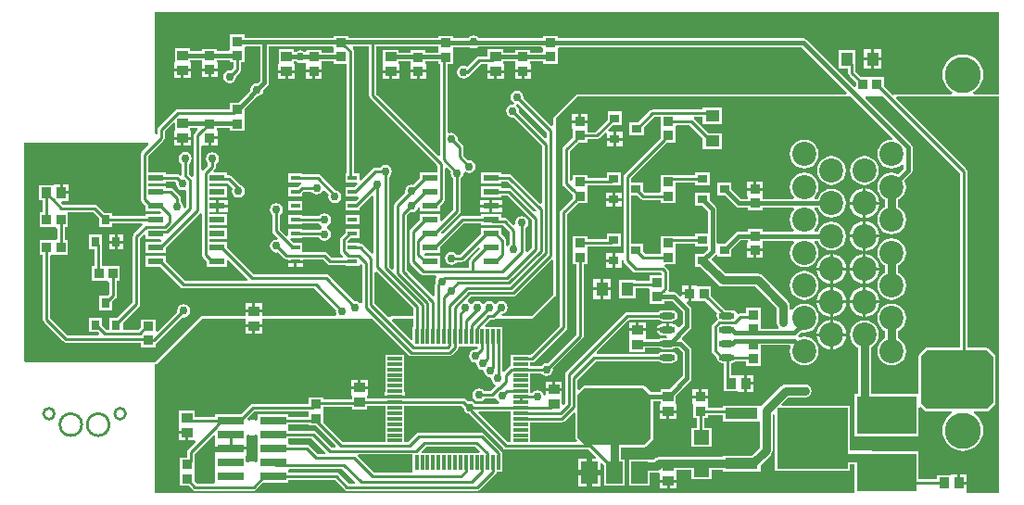
<source format=gbr>
%TF.GenerationSoftware,Altium Limited,Altium Designer,19.1.8 (144)*%
G04 Layer_Physical_Order=1*
G04 Layer_Color=255*
%FSLAX26Y26*%
%MOIN*%
%TF.FileFunction,Copper,L1,Top,Signal*%
%TF.Part,Single*%
G01*
G75*
%TA.AperFunction,NonConductor*%
%ADD10C,0.010000*%
%TA.AperFunction,SMDPad,CuDef*%
%ADD11R,0.035433X0.039370*%
%ADD12R,0.039370X0.035433*%
%ADD13R,0.051181X0.043307*%
%ADD14R,0.043307X0.051181*%
%ADD15R,0.057087X0.053150*%
%TA.AperFunction,ConnectorPad*%
%ADD16R,0.214567X0.137795*%
%TA.AperFunction,SMDPad,CuDef*%
%ADD17R,0.035433X0.031496*%
%ADD18R,0.031496X0.035433*%
%ADD19R,0.251969X0.218504*%
%ADD20R,0.118110X0.039370*%
%ADD21R,0.037402X0.033465*%
%ADD22R,0.033465X0.037402*%
%ADD23R,0.035000X0.016535*%
%ADD24R,0.057087X0.023622*%
%ADD25O,0.057087X0.023622*%
%ADD26R,0.011811X0.053150*%
%ADD27R,0.053150X0.011811*%
%ADD28R,0.149606X0.078740*%
%ADD29R,0.059055X0.078740*%
%ADD30R,0.094488X0.029921*%
%TA.AperFunction,Conductor*%
%ADD31C,0.010000*%
%ADD32C,0.015000*%
%ADD33C,0.030000*%
%TA.AperFunction,ComponentPad*%
%ADD34C,0.129921*%
%ADD35C,0.086614*%
%TA.AperFunction,ViaPad*%
%ADD36C,0.030000*%
G36*
X2347270Y1610398D02*
X2347270Y1605189D01*
X2347270Y1599494D01*
X2342320Y1594544D01*
X2302246D01*
Y1603473D01*
X2248845D01*
Y1595036D01*
X2204805D01*
Y1605441D01*
X2149436D01*
Y1580263D01*
X2118189D01*
X2113117Y1579254D01*
X2108816Y1576380D01*
X2075418Y1542982D01*
X2071966Y1545287D01*
X2062992Y1547073D01*
X2054018Y1545287D01*
X2046410Y1540204D01*
X2041327Y1532596D01*
X2039542Y1523622D01*
X2041327Y1514648D01*
X2046410Y1507040D01*
X2054018Y1501957D01*
X2062992Y1500171D01*
X2071966Y1501957D01*
X2079574Y1507040D01*
X2084658Y1514648D01*
X2084678Y1514752D01*
X2123679Y1553753D01*
X2147436D01*
Y1531575D01*
X2177120D01*
X2206805D01*
Y1554291D01*
X2204805D01*
Y1563429D01*
X2248845D01*
Y1554291D01*
X2246845D01*
Y1532559D01*
X2304246D01*
Y1554291D01*
X2302246D01*
Y1562937D01*
X2347270D01*
Y1554008D01*
X2400672D01*
Y1598189D01*
X2400672Y1603473D01*
X2400672Y1609168D01*
X2405621Y1614118D01*
X3278391D01*
X3440877Y1451632D01*
X3438198Y1445165D01*
X2472441Y1445164D01*
X2472441Y1445164D01*
X2469319Y1444543D01*
X2466673Y1442775D01*
X2466673Y1442775D01*
X2387933Y1364035D01*
X2386165Y1361389D01*
X2385544Y1358267D01*
X2385544Y1358267D01*
Y1332077D01*
X2378544Y1329178D01*
X2277198Y1430524D01*
X2277978Y1434449D01*
X2276193Y1443423D01*
X2271110Y1451031D01*
X2263502Y1456114D01*
X2254528Y1457899D01*
X2245553Y1456114D01*
X2237945Y1451031D01*
X2232862Y1443423D01*
X2231077Y1434449D01*
X2232862Y1425475D01*
X2237945Y1417867D01*
X2243623Y1414073D01*
X2240892Y1407479D01*
X2238780Y1407899D01*
X2229805Y1406114D01*
X2222197Y1401031D01*
X2217114Y1393423D01*
X2215329Y1384449D01*
X2217114Y1375475D01*
X2222197Y1367867D01*
X2229805Y1362783D01*
X2238780Y1360998D01*
X2242704Y1361779D01*
X2344730Y1259754D01*
Y1052256D01*
X2338262Y1049577D01*
X2235357Y1152483D01*
X2231057Y1155356D01*
X2225984Y1156365D01*
X2197961D01*
Y1162921D01*
X2124874D01*
Y1123299D01*
X2197961D01*
Y1129855D01*
X2220494D01*
X2323751Y1026599D01*
X2323366Y1024373D01*
X2315850Y1021989D01*
X2235357Y1102483D01*
X2231057Y1105356D01*
X2225984Y1106365D01*
X2197961D01*
Y1112921D01*
X2124874D01*
Y1073299D01*
X2197961D01*
Y1079855D01*
X2220494D01*
X2308730Y991620D01*
Y893015D01*
X2291908Y876194D01*
X2284908Y879093D01*
Y964462D01*
X2288236Y966686D01*
X2293319Y974293D01*
X2295104Y983268D01*
X2293319Y992242D01*
X2288236Y999850D01*
X2280628Y1004933D01*
X2271653Y1006718D01*
X2262679Y1004933D01*
X2255071Y999850D01*
X2249988Y992242D01*
X2248203Y983268D01*
X2249442Y977037D01*
X2242991Y973589D01*
X2219745Y996835D01*
X2215445Y999708D01*
X2210373Y1000717D01*
X2197961D01*
Y1012921D01*
X2124874D01*
Y1006365D01*
X2057677D01*
X2052605Y1005356D01*
X2048305Y1002483D01*
X1988367Y942545D01*
X1980852Y944929D01*
X1980467Y947155D01*
X2048743Y1015431D01*
X2051616Y1019731D01*
X2052625Y1024803D01*
Y1142612D01*
X2055952Y1144835D01*
X2061036Y1152443D01*
X2062821Y1161417D01*
X2062771Y1161669D01*
X2069070Y1165879D01*
X2073703Y1162783D01*
X2082677Y1160998D01*
X2091651Y1162783D01*
X2099259Y1167867D01*
X2104343Y1175475D01*
X2106128Y1184449D01*
X2104343Y1193423D01*
X2099259Y1201031D01*
X2091651Y1206114D01*
X2082677Y1207899D01*
X2078752Y1207119D01*
X2061188Y1224683D01*
Y1253740D01*
X2060179Y1258812D01*
X2057306Y1263112D01*
X2042355Y1278063D01*
X2043136Y1281988D01*
X2041351Y1290962D01*
X2036267Y1298570D01*
X2028659Y1303654D01*
X2019685Y1305439D01*
X2011940Y1303898D01*
X2004940Y1307575D01*
Y1553758D01*
X2024429D01*
Y1603222D01*
X2024429D01*
Y1604939D01*
X2024429D01*
Y1615223D01*
X2082706D01*
X2089451Y1610716D01*
X2098425Y1608931D01*
X2107399Y1610716D01*
X2114331Y1615348D01*
X2342320D01*
X2347270Y1610398D01*
D02*
G37*
G36*
X1595316Y1609578D02*
X1595316Y1605189D01*
Y1603472D01*
X1595316Y1603472D01*
Y1595036D01*
X1550293D01*
Y1603473D01*
X1496891D01*
Y1601572D01*
X1489891Y1597865D01*
X1485352Y1600898D01*
X1476378Y1602683D01*
X1467404Y1600898D01*
X1459796Y1595814D01*
X1452852Y1595890D01*
Y1605441D01*
X1397482D01*
Y1554291D01*
X1395482D01*
Y1531575D01*
X1425167D01*
X1454852D01*
Y1554291D01*
X1452852D01*
Y1562574D01*
X1459796Y1562650D01*
X1467404Y1557567D01*
X1476378Y1555782D01*
X1485352Y1557567D01*
X1494188Y1555390D01*
X1494891Y1554291D01*
Y1532559D01*
X1552293D01*
Y1554291D01*
X1550293D01*
Y1563429D01*
X1595316D01*
Y1554008D01*
X1640463D01*
Y1159378D01*
X1636902D01*
Y1126842D01*
X1677475D01*
X1680154Y1120375D01*
X1669157Y1109378D01*
X1636902D01*
Y1076842D01*
X1681615D01*
X1684515Y1069842D01*
X1674050Y1059378D01*
X1636902D01*
Y1026842D01*
X1687902D01*
Y1035739D01*
X1732790Y1080628D01*
X1739257Y1077949D01*
Y873443D01*
X1732257Y870543D01*
X1700317Y902483D01*
X1696017Y905356D01*
X1690945Y906365D01*
X1687902D01*
Y909378D01*
X1645218D01*
X1645182Y916378D01*
X1655647Y926842D01*
X1687902D01*
Y959378D01*
X1636902D01*
Y945587D01*
X1622529Y931215D01*
X1619656Y926915D01*
X1618647Y921842D01*
Y879458D01*
X1619656Y874385D01*
X1622529Y870085D01*
X1629782Y862832D01*
X1627103Y856365D01*
X1588561D01*
X1571176Y873750D01*
X1566876Y876624D01*
X1561803Y877633D01*
X1483177D01*
Y909378D01*
X1450922D01*
X1439925Y920375D01*
X1442604Y926842D01*
X1483177D01*
Y929265D01*
X1542808D01*
X1545426Y925347D01*
X1553034Y920264D01*
X1562008Y918479D01*
X1570982Y920264D01*
X1578590Y925347D01*
X1583673Y932955D01*
X1585458Y941929D01*
X1583673Y950903D01*
X1578590Y958511D01*
X1571295Y963386D01*
X1570982Y965563D01*
Y968492D01*
X1571295Y970669D01*
X1578590Y975544D01*
X1583673Y983152D01*
X1585458Y992126D01*
X1583673Y1001100D01*
X1578590Y1008708D01*
X1570982Y1013792D01*
X1562008Y1015577D01*
X1553034Y1013792D01*
X1545426Y1008708D01*
X1543531Y1005873D01*
X1483177D01*
Y1009378D01*
X1432177D01*
Y976842D01*
X1483177D01*
Y979363D01*
X1542874D01*
X1545426Y975544D01*
X1552721Y970669D01*
X1553034Y968492D01*
Y965563D01*
X1552721Y963386D01*
X1545426Y958511D01*
X1543597Y955774D01*
X1483177D01*
Y959378D01*
X1432177D01*
Y937269D01*
X1425710Y934590D01*
X1402034Y958266D01*
Y1010722D01*
X1405362Y1012946D01*
X1410445Y1020553D01*
X1412230Y1029528D01*
X1410445Y1038502D01*
X1405362Y1046110D01*
X1397754Y1051193D01*
X1388780Y1052978D01*
X1379805Y1051193D01*
X1372197Y1046110D01*
X1367114Y1038502D01*
X1365329Y1029528D01*
X1367114Y1020553D01*
X1372197Y1012946D01*
X1375525Y1010722D01*
Y952776D01*
X1376534Y947703D01*
X1379407Y943403D01*
X1394553Y928257D01*
X1391105Y921806D01*
X1389764Y922073D01*
X1380790Y920288D01*
X1373182Y915204D01*
X1368098Y907596D01*
X1366313Y898622D01*
X1368098Y889648D01*
X1373182Y882040D01*
X1380790Y876957D01*
X1389764Y875171D01*
X1393689Y875952D01*
X1414635Y855005D01*
X1418936Y852132D01*
X1424008Y851123D01*
X1430177D01*
Y848110D01*
X1457677D01*
X1485177D01*
Y851123D01*
X1556313D01*
X1573698Y833738D01*
X1577999Y830864D01*
X1583071Y829856D01*
X1636902D01*
Y826842D01*
X1687902D01*
Y831742D01*
X1694568Y834677D01*
X1698493Y831529D01*
Y694337D01*
X1691493Y692213D01*
X1689810Y694732D01*
X1682203Y699815D01*
X1673228Y701600D01*
X1669303Y700819D01*
X1576613Y793510D01*
X1572313Y796383D01*
X1567240Y797392D01*
X1306632D01*
X1211980Y892044D01*
Y912921D01*
X1147148D01*
Y923299D01*
X1211980D01*
Y962921D01*
X1147148D01*
Y973299D01*
X1211980D01*
Y1012921D01*
X1147148D01*
Y1021299D01*
X1170437D01*
Y1043110D01*
Y1064921D01*
X1147148D01*
Y1073299D01*
X1211980D01*
Y1112921D01*
X1147148D01*
Y1123299D01*
X1211980D01*
Y1123299D01*
X1218230Y1121489D01*
X1232294Y1107426D01*
X1230303Y1104447D01*
X1228518Y1095472D01*
X1230303Y1086498D01*
X1235386Y1078890D01*
X1242994Y1073807D01*
X1251968Y1072022D01*
X1260943Y1073807D01*
X1268551Y1078890D01*
X1273634Y1086498D01*
X1275419Y1095472D01*
X1273634Y1104447D01*
X1268551Y1112054D01*
X1260943Y1117138D01*
X1259855Y1117354D01*
X1228352Y1148857D01*
X1224052Y1151730D01*
X1218980Y1152739D01*
X1211980D01*
Y1162921D01*
X1164400D01*
X1161721Y1169388D01*
X1168077Y1175744D01*
X1170950Y1180045D01*
X1171959Y1185117D01*
X1171959Y1185117D01*
Y1193793D01*
X1175286Y1196016D01*
X1180370Y1203624D01*
X1182155Y1212598D01*
X1180370Y1221573D01*
X1175286Y1229180D01*
X1167678Y1234264D01*
X1158704Y1236049D01*
X1149730Y1234264D01*
X1142122Y1229180D01*
X1137039Y1221573D01*
X1135254Y1212598D01*
X1137039Y1203624D01*
X1142122Y1196016D01*
X1142607Y1187764D01*
X1126554Y1171711D01*
X1119554Y1174587D01*
Y1254223D01*
X1120891Y1260669D01*
X1144591D01*
Y1287402D01*
X1149591D01*
Y1292402D01*
X1178292D01*
Y1314134D01*
X1176292D01*
Y1323271D01*
X1221316D01*
Y1313850D01*
X1274717D01*
Y1363315D01*
X1274717Y1363315D01*
Y1365032D01*
X1274717D01*
X1274717Y1370315D01*
Y1392146D01*
X1319962Y1437391D01*
X1327872Y1438964D01*
X1335480Y1444048D01*
X1340563Y1451656D01*
X1342137Y1459565D01*
X1357632Y1475061D01*
X1361057Y1480188D01*
X1362260Y1486236D01*
Y1616578D01*
X1593157D01*
X1595316Y1609578D01*
D02*
G37*
G36*
X1971028Y1604939D02*
X1971027D01*
Y1603222D01*
X1971028D01*
Y1594786D01*
X1926004D01*
Y1603223D01*
X1872602D01*
Y1594786D01*
X1828563D01*
Y1605191D01*
X1773193D01*
Y1554041D01*
X1771193D01*
Y1531325D01*
X1800878D01*
X1830563D01*
Y1554041D01*
X1828563D01*
Y1563179D01*
X1872602D01*
Y1554042D01*
X1870602D01*
Y1532309D01*
X1928004D01*
Y1554042D01*
X1926004D01*
Y1563179D01*
X1971028D01*
Y1553758D01*
X1978430D01*
Y1224792D01*
X1971963Y1222113D01*
X1749475Y1444601D01*
Y1616578D01*
X1971028D01*
Y1604939D01*
D02*
G37*
G36*
X3989835Y1445165D02*
X3897682D01*
X3895929Y1452165D01*
X3898999Y1453806D01*
X3910108Y1462923D01*
X3919226Y1474033D01*
X3926001Y1486708D01*
X3930173Y1500461D01*
X3931581Y1514764D01*
X3930173Y1529067D01*
X3926001Y1542820D01*
X3919226Y1555495D01*
X3910108Y1566604D01*
X3898999Y1575722D01*
X3886324Y1582497D01*
X3872570Y1586669D01*
X3858268Y1588077D01*
X3843965Y1586669D01*
X3830212Y1582497D01*
X3817537Y1575722D01*
X3806427Y1566604D01*
X3797310Y1555495D01*
X3790535Y1542820D01*
X3786363Y1529067D01*
X3784954Y1514764D01*
X3786363Y1500461D01*
X3790535Y1486708D01*
X3797310Y1474033D01*
X3806427Y1462923D01*
X3817537Y1453806D01*
X3820607Y1452165D01*
X3818853Y1445165D01*
X3618442Y1445165D01*
X3615321Y1444544D01*
X3612675Y1442776D01*
X3604621Y1441683D01*
X3573945Y1472359D01*
Y1507016D01*
X3524481D01*
Y1507016D01*
X3522764D01*
Y1507016D01*
X3492044D01*
X3472822Y1526238D01*
Y1554213D01*
X3472567Y1555493D01*
Y1604457D01*
X3413260D01*
Y1537276D01*
X3446312D01*
Y1520748D01*
X3447321Y1515676D01*
X3450195Y1511376D01*
X3473299Y1488271D01*
Y1473055D01*
X3466832Y1470376D01*
X3296112Y1641096D01*
X3290985Y1644522D01*
X3284937Y1645725D01*
X2400672D01*
Y1654654D01*
X2347270D01*
Y1646955D01*
X2116349D01*
X2115007Y1648964D01*
X2107399Y1654047D01*
X2098425Y1655832D01*
X2089451Y1654047D01*
X2081843Y1648964D01*
X2080417Y1646830D01*
X2024429D01*
Y1654404D01*
X1971028D01*
Y1648186D01*
X1648718D01*
Y1654654D01*
X1595316D01*
Y1648186D01*
X1274717D01*
Y1659575D01*
X1221316D01*
Y1615394D01*
X1221316Y1610110D01*
X1221316Y1604907D01*
X1216366Y1599957D01*
X1176292D01*
Y1608394D01*
X1122890D01*
Y1599957D01*
X1078851D01*
Y1610362D01*
X1023481D01*
Y1559213D01*
X1021481D01*
Y1536496D01*
X1051166D01*
X1080851D01*
Y1559213D01*
X1078851D01*
Y1568350D01*
X1122890D01*
Y1559213D01*
X1120890D01*
Y1537480D01*
X1178292D01*
Y1559213D01*
X1176292D01*
Y1568350D01*
X1221316D01*
Y1558929D01*
X1234762D01*
Y1540074D01*
X1225231Y1530544D01*
X1221306Y1531325D01*
X1212332Y1529540D01*
X1204724Y1524456D01*
X1199641Y1516848D01*
X1197856Y1507874D01*
X1199641Y1498900D01*
X1204724Y1491292D01*
X1212332Y1486208D01*
X1221306Y1484423D01*
X1230281Y1486208D01*
X1237889Y1491292D01*
X1242972Y1498900D01*
X1244757Y1507874D01*
X1243976Y1511799D01*
X1257389Y1525211D01*
X1260262Y1529512D01*
X1261271Y1534584D01*
Y1558929D01*
X1274717D01*
X1274717Y1611628D01*
X1279667Y1616578D01*
X1330653D01*
Y1492782D01*
X1321445Y1483574D01*
X1318898Y1484081D01*
X1309923Y1482295D01*
X1302315Y1477212D01*
X1297232Y1469604D01*
X1295447Y1460630D01*
X1295954Y1458082D01*
X1252368Y1414496D01*
X1221316D01*
Y1391286D01*
X1033844D01*
X1028772Y1390277D01*
X1024472Y1387404D01*
X964260Y1327192D01*
X961387Y1322892D01*
X960378Y1317820D01*
Y1299759D01*
X960038Y1299532D01*
X953038Y1303274D01*
Y1739805D01*
X3989835D01*
Y1445165D01*
D02*
G37*
G36*
X2362730Y1307502D02*
Y1288390D01*
X2356262Y1285711D01*
X2261449Y1380524D01*
X2262230Y1384449D01*
X2260445Y1393423D01*
X2255362Y1401031D01*
X2250834Y1404056D01*
X2253574Y1410644D01*
X2258883Y1411349D01*
X2362730Y1307502D01*
D02*
G37*
G36*
X1023481Y1339777D02*
Y1314134D01*
X1021481D01*
Y1291417D01*
X1051166D01*
X1080851D01*
Y1314134D01*
X1078851D01*
Y1323271D01*
X1103752D01*
X1106431Y1316804D01*
X1096927Y1307300D01*
X1094053Y1303000D01*
X1093044Y1297927D01*
Y1148903D01*
X1086044Y1146004D01*
X1074266Y1157782D01*
Y1194893D01*
X1077594Y1197117D01*
X1082677Y1204724D01*
X1084462Y1213699D01*
X1082677Y1222673D01*
X1077594Y1230281D01*
X1069986Y1235364D01*
X1061012Y1237149D01*
X1052037Y1235364D01*
X1044430Y1230281D01*
X1039346Y1222673D01*
X1037561Y1213699D01*
X1039346Y1204724D01*
X1044430Y1197117D01*
X1047757Y1194893D01*
Y1154593D01*
X1041721Y1151544D01*
X1040996Y1151454D01*
X1039968Y1152483D01*
X1035668Y1155356D01*
X1030595Y1156365D01*
X991508D01*
Y1162921D01*
X926676D01*
Y1222224D01*
X983005Y1278554D01*
X985878Y1282854D01*
X986887Y1287926D01*
Y1312330D01*
X1017014Y1342456D01*
X1023481Y1339777D01*
D02*
G37*
G36*
X1722966Y1439111D02*
X1723975Y1434039D01*
X1726848Y1429739D01*
X1969234Y1187353D01*
Y1162921D01*
X1904402D01*
Y1142044D01*
X1880238Y1117881D01*
X1875000Y1118923D01*
X1866026Y1117138D01*
X1858418Y1112054D01*
X1853334Y1104447D01*
X1851549Y1095472D01*
X1852591Y1090234D01*
X1816415Y1054057D01*
X1813542Y1049757D01*
X1812533Y1044685D01*
Y815617D01*
X1806065Y812938D01*
X1793766Y825237D01*
Y1148517D01*
X1797094Y1150741D01*
X1802177Y1158349D01*
X1803962Y1167323D01*
X1802177Y1176297D01*
X1797094Y1183905D01*
X1789486Y1188988D01*
X1780512Y1190773D01*
X1771538Y1188988D01*
X1763930Y1183905D01*
X1761706Y1180578D01*
X1745847D01*
X1740774Y1179569D01*
X1736474Y1176695D01*
X1694369Y1134590D01*
X1687902Y1137269D01*
Y1159378D01*
X1666973D01*
Y1600857D01*
X1665964Y1605929D01*
X1663526Y1609578D01*
X1664531Y1613707D01*
X1665720Y1616578D01*
X1722966D01*
Y1439111D01*
D02*
G37*
G36*
X1028661Y1124329D02*
X1028208Y1122047D01*
X1029993Y1113073D01*
X1035076Y1105465D01*
X1042684Y1100382D01*
X1051658Y1098597D01*
X1059403Y1100137D01*
X1066404Y1096460D01*
Y1039100D01*
X1060944Y1033640D01*
X1054493Y1037089D01*
X1054947Y1039370D01*
X1053162Y1048344D01*
X1048078Y1055952D01*
X1044506Y1058339D01*
Y1069370D01*
X1043497Y1074442D01*
X1040624Y1078743D01*
X1016884Y1102483D01*
X1012584Y1105356D01*
X1007511Y1106365D01*
X991508D01*
Y1112921D01*
X926676D01*
Y1123299D01*
X991508D01*
Y1129855D01*
X1023805D01*
X1028661Y1124329D01*
D02*
G37*
G36*
X2016700Y1165342D02*
X2015919Y1161417D01*
X2017705Y1152443D01*
X2022788Y1144835D01*
X2026115Y1142612D01*
Y1030293D01*
X1983955Y988133D01*
X1977488Y990812D01*
Y1012921D01*
X1904402D01*
Y992044D01*
X1872029Y959672D01*
X1869156Y955372D01*
X1868147Y950299D01*
Y843914D01*
X1869156Y838842D01*
X1872029Y834542D01*
X1909841Y796730D01*
X1914141Y793857D01*
X1919214Y792848D01*
X1963132D01*
X1966164Y785848D01*
X1962586Y780494D01*
X1960801Y771520D01*
X1961695Y767026D01*
X1960195Y764781D01*
X1959186Y759709D01*
Y719875D01*
X1952719Y717197D01*
X1857042Y812874D01*
Y1007195D01*
X1869762Y1019914D01*
X1875000Y1018872D01*
X1883974Y1020657D01*
X1891582Y1025741D01*
X1896666Y1033349D01*
X1897402Y1037049D01*
X1904402Y1036360D01*
Y1023299D01*
X1977488D01*
Y1044176D01*
X1991861Y1058549D01*
X1994734Y1062849D01*
X1995743Y1067921D01*
X1995743Y1067922D01*
Y1177153D01*
X2002210Y1179832D01*
X2016700Y1165342D01*
D02*
G37*
G36*
X929897Y1262936D02*
X904048Y1237087D01*
X901175Y1232787D01*
X900166Y1227714D01*
Y1067921D01*
X901175Y1062849D01*
X904048Y1058549D01*
X918421Y1044176D01*
Y1023299D01*
X971438D01*
X974170Y1019848D01*
X971076Y1012921D01*
X918421D01*
Y1006365D01*
X799339D01*
Y1017862D01*
X770588D01*
X743905Y1044544D01*
X739605Y1047418D01*
X734533Y1048427D01*
X620241D01*
X614268Y1054399D01*
X616947Y1060866D01*
X642874D01*
Y1085551D01*
X615157D01*
Y1090551D01*
X610157D01*
Y1120236D01*
X587441D01*
Y1118236D01*
X536291D01*
Y1062866D01*
X549737D01*
Y1018827D01*
X538260D01*
Y965425D01*
X582441D01*
X587724Y965425D01*
X595969Y965425D01*
X600918Y960475D01*
Y925351D01*
X595969Y920402D01*
X589441Y920402D01*
X582441Y920402D01*
X538260D01*
Y867000D01*
X549737D01*
Y633858D01*
X550746Y628786D01*
X553620Y624486D01*
X622517Y555588D01*
X626817Y552715D01*
X631890Y551706D01*
X902433D01*
Y534118D01*
X955835D01*
Y548108D01*
X958191Y549683D01*
X1051193Y642684D01*
X1055118Y641904D01*
X1064092Y643689D01*
X1071700Y648772D01*
X1076784Y656380D01*
X1078569Y665354D01*
X1076784Y674328D01*
X1071700Y681936D01*
X1064092Y687020D01*
X1055118Y688805D01*
X1046144Y687020D01*
X1038536Y681936D01*
X1033453Y674328D01*
X1031668Y665354D01*
X1032448Y661429D01*
X962835Y591816D01*
X955835Y594716D01*
Y634764D01*
X902433D01*
Y608186D01*
X891943Y597696D01*
X836740D01*
Y622129D01*
X895199Y680588D01*
X898072Y684888D01*
X899082Y689961D01*
Y927221D01*
X911954Y940094D01*
X918421Y937415D01*
Y923299D01*
X971076D01*
X974170Y916372D01*
X971438Y912921D01*
X918421D01*
Y873299D01*
X991508D01*
Y894176D01*
X1113639Y1016307D01*
X1120639Y1013432D01*
Y867921D01*
X1121648Y862849D01*
X1124521Y858549D01*
X1138893Y844176D01*
Y823299D01*
X1211980D01*
Y845408D01*
X1218447Y848087D01*
X1286437Y780097D01*
X1283537Y773097D01*
X1060455D01*
X991508Y842044D01*
Y862921D01*
X918421D01*
Y823299D01*
X972763D01*
X1045592Y750470D01*
X1049892Y747597D01*
X1054964Y746588D01*
X1525022D01*
X1603314Y668295D01*
X1602534Y664370D01*
X1604319Y655396D01*
X1605952Y652952D01*
X1602210Y645952D01*
X1336772Y645952D01*
Y659370D01*
X1307087D01*
X1277402D01*
Y645952D01*
X1122047Y645952D01*
X1118926Y645331D01*
X1116280Y643563D01*
X1116280Y643563D01*
X953313Y480597D01*
X953039D01*
X949917Y479976D01*
X948960Y479336D01*
X948003Y479976D01*
X944882Y480597D01*
X487586D01*
X482637Y485546D01*
X482646Y1269403D01*
X927218D01*
X929897Y1262936D01*
D02*
G37*
G36*
X2124874Y973299D02*
X2197961D01*
Y974018D01*
X2204961Y974129D01*
X2229856Y949234D01*
Y905616D01*
X2226528Y903393D01*
X2223215Y898435D01*
X2216215Y900559D01*
Y918299D01*
X2216215Y918299D01*
X2215206Y923371D01*
X2212333Y927672D01*
X2197961Y942044D01*
Y962921D01*
X2124874D01*
Y942044D01*
X2050415Y867585D01*
X2038490D01*
X2036267Y870913D01*
X2028659Y875996D01*
X2019685Y877781D01*
X2010711Y875996D01*
X2003103Y870913D01*
X1998020Y863305D01*
X1996234Y854331D01*
X1998020Y845356D01*
X2003103Y837749D01*
X2010711Y832665D01*
X2019685Y830880D01*
X2028659Y832665D01*
X2036267Y837749D01*
X2038490Y841076D01*
X2055905D01*
X2060978Y842085D01*
X2065278Y844958D01*
X2113995Y893675D01*
X2121510Y891291D01*
X2121895Y889065D01*
X2087084Y854254D01*
X2084211Y849954D01*
X2083202Y844882D01*
Y819357D01*
X1982855D01*
X1977488Y823299D01*
Y862921D01*
X1924471D01*
X1921739Y866372D01*
X1924833Y873299D01*
X1977488D01*
Y894176D01*
X2063168Y979856D01*
X2124874D01*
Y973299D01*
D02*
G37*
G36*
X751843Y999117D02*
Y966429D01*
X799339D01*
Y979856D01*
X904326D01*
X907226Y972856D01*
X876454Y942084D01*
X873581Y937784D01*
X872572Y932712D01*
Y695451D01*
X817995Y640874D01*
X789244D01*
Y597696D01*
X776364D01*
X761937Y612123D01*
Y640874D01*
X714441D01*
Y589441D01*
X747129D01*
X751888Y584683D01*
X749209Y578215D01*
X637380D01*
X576247Y639349D01*
Y862050D01*
X581197Y867000D01*
X587724Y867000D01*
X594724Y867000D01*
X638905D01*
Y920402D01*
X627428D01*
Y965425D01*
X638905D01*
Y1014917D01*
X638906Y1018827D01*
X644625Y1021917D01*
X729043D01*
X751843Y999117D01*
D02*
G37*
G36*
X2385544Y846073D02*
X2385544Y723851D01*
X2307645Y645952D01*
X2202243Y645952D01*
X2198820Y652952D01*
X2199704Y654087D01*
X2206809Y655500D01*
X2214417Y660583D01*
X2219500Y668191D01*
X2221285Y677165D01*
X2219500Y686140D01*
X2214417Y693747D01*
X2206809Y698831D01*
X2197835Y700616D01*
X2188860Y698831D01*
X2181253Y693747D01*
X2180009Y691887D01*
X2173009D01*
X2171766Y693747D01*
X2164158Y698831D01*
X2155184Y700616D01*
X2146209Y698831D01*
X2138602Y693747D01*
X2137358Y691887D01*
X2130358D01*
X2129115Y693747D01*
X2121507Y698831D01*
X2112533Y700616D01*
X2103559Y698831D01*
X2095951Y693747D01*
X2094707Y691887D01*
X2087707D01*
X2086464Y693747D01*
X2079898Y698135D01*
X2077548Y705685D01*
X2087940Y716076D01*
X2240157D01*
X2245230Y717085D01*
X2249530Y719958D01*
X2378544Y848972D01*
X2385544Y846073D01*
D02*
G37*
G36*
X1880446Y675612D02*
Y645952D01*
X1805766D01*
X1802645Y645331D01*
X1799999Y643563D01*
X1791946Y642470D01*
X1743003Y691413D01*
Y803156D01*
X1750003Y806056D01*
X1880446Y675612D01*
D02*
G37*
G36*
Y637795D02*
Y607409D01*
X1879795D01*
Y563766D01*
X1873328Y561087D01*
X1805012Y629404D01*
X1804922Y629679D01*
X1804696Y631571D01*
X1807738Y637795D01*
X1835433D01*
X1880446D01*
D02*
G37*
G36*
X3989835Y10195D02*
X3872719D01*
X3871220Y16575D01*
X3871220D01*
Y41260D01*
X3843504D01*
Y46260D01*
X3838504D01*
Y75945D01*
X3815787D01*
Y73945D01*
X3764638D01*
Y59514D01*
X3699929D01*
Y161543D01*
X3533014D01*
X3530748Y161994D01*
X3450913D01*
Y323354D01*
X3208728D01*
X3206049Y329821D01*
X3229746Y353518D01*
X3291339D01*
X3300313Y355303D01*
X3307921Y360386D01*
X3313004Y367994D01*
X3314789Y376969D01*
X3313004Y385943D01*
X3307921Y393551D01*
X3300313Y398634D01*
X3291339Y400419D01*
X3220032D01*
X3211058Y398634D01*
X3203450Y393551D01*
X3203450Y393550D01*
X3136109Y326210D01*
X3130047Y323945D01*
X3130047Y323945D01*
Y323945D01*
X3130047Y323945D01*
X2995937D01*
Y317389D01*
X2940087D01*
Y329567D01*
X2942087D01*
Y351299D01*
X2884685D01*
Y329567D01*
X2886685D01*
Y280386D01*
X2900131D01*
Y245205D01*
X2880780D01*
Y176055D01*
X2953866D01*
Y245205D01*
X2926640D01*
Y280386D01*
X2940087D01*
Y290879D01*
X2995937D01*
Y268575D01*
X3128124D01*
Y174871D01*
X3096883Y143630D01*
X2995937D01*
Y139395D01*
X2765551D01*
X2756577Y137610D01*
X2748969Y132527D01*
X2746940Y130498D01*
X2709409D01*
X2707144Y130047D01*
X2657354D01*
Y35307D01*
X2732409D01*
Y83597D01*
X2756654D01*
X2764288Y85115D01*
X2768372Y81292D01*
X2769528Y79569D01*
Y58150D01*
X2799212D01*
X2828898D01*
Y80866D01*
X2826898D01*
Y92494D01*
X2880780D01*
Y59913D01*
X2953866D01*
Y92494D01*
X2995937D01*
Y88260D01*
X3130047D01*
Y110466D01*
X3168157Y148575D01*
X3173240Y156183D01*
X3175026Y165157D01*
X3175025Y165158D01*
Y293275D01*
X3175945Y293889D01*
X3182945Y290147D01*
Y88850D01*
X3450913D01*
Y115093D01*
X3469362D01*
Y10195D01*
X953039D01*
Y472280D01*
X953842Y472440D01*
X956692D01*
X1039370Y555118D01*
X1121480Y637228D01*
X1122109Y637648D01*
X1122851Y637795D01*
X1277402Y637795D01*
Y616220D01*
X1307087D01*
X1336772D01*
Y637795D01*
X1558306Y637795D01*
X1733674Y637795D01*
X1865582Y505887D01*
X1869882Y503014D01*
X1874955Y502005D01*
X2010872D01*
X2015944Y503014D01*
X2020245Y505887D01*
X2040089Y525732D01*
X2042962Y530032D01*
X2043971Y535104D01*
Y538260D01*
X2112346D01*
X2114877Y531260D01*
X2109240Y525623D01*
X2105315Y526403D01*
X2096341Y524618D01*
X2088733Y519535D01*
X2083650Y511927D01*
X2081865Y502953D01*
X2083650Y493979D01*
X2088733Y486371D01*
X2096341Y481287D01*
X2102393Y480083D01*
X2106638Y477406D01*
X2109316Y473161D01*
X2110520Y467108D01*
X2115603Y459501D01*
X2123211Y454417D01*
X2132185Y452632D01*
X2136186Y446291D01*
X2137390Y440238D01*
X2142473Y432630D01*
X2150081Y427547D01*
X2159055Y425762D01*
X2162475Y422342D01*
X2164260Y413368D01*
X2169343Y405760D01*
X2175514Y401637D01*
X2176943Y395823D01*
X2176939Y393542D01*
X2158856Y375459D01*
X2136916D01*
X2134692Y378787D01*
X2127084Y383870D01*
X2118110Y385655D01*
X2109136Y383870D01*
X2101528Y378787D01*
X2096445Y371179D01*
X2094660Y362205D01*
X2096445Y353231D01*
X2101528Y345623D01*
X2109136Y340539D01*
X2118110Y338754D01*
X2127084Y340539D01*
X2134692Y345623D01*
X2136916Y348950D01*
X2164347D01*
X2169419Y349959D01*
X2171704Y351486D01*
X2177717Y350341D01*
X2179818Y349031D01*
X2184205Y342465D01*
X2191373Y337676D01*
X2191447Y337163D01*
X2187620Y330676D01*
X2104764D01*
X2102212Y334495D01*
X2094604Y339579D01*
X2085630Y341364D01*
X2077514Y339750D01*
X2071277Y345986D01*
X2066977Y348860D01*
X2061904Y349869D01*
X1851535D01*
Y351299D01*
X1814961D01*
X1778386D01*
Y349869D01*
X1715587D01*
Y361063D01*
X1717587D01*
Y383779D01*
X1658217D01*
Y361063D01*
X1660217D01*
Y345932D01*
X1558197D01*
Y354457D01*
X1504795D01*
Y331247D01*
X1304409D01*
X1299337Y330238D01*
X1295037Y327365D01*
X1260909Y293236D01*
X1169165D01*
Y283530D01*
X1094614D01*
Y306228D01*
X1039244D01*
Y255079D01*
X1037244D01*
Y232362D01*
X1066929D01*
Y227362D01*
X1071929D01*
Y199646D01*
X1094545D01*
X1098033Y193233D01*
X1071257Y166458D01*
X1068384Y162158D01*
X1067375Y157085D01*
Y136937D01*
X1040228D01*
Y87472D01*
X1040228D01*
Y85756D01*
X1040228D01*
Y36291D01*
X1072916D01*
X1087084Y22123D01*
X1091384Y19250D01*
X1096457Y18241D01*
X1306890D01*
X1311962Y19250D01*
X1316262Y22123D01*
X1341454Y47315D01*
X1433197D01*
Y57021D01*
X1598447D01*
X1633344Y22123D01*
X1637644Y19250D01*
X1642716Y18241D01*
X2111889D01*
X2116961Y19250D01*
X2121261Y22123D01*
X2177884Y78747D01*
X2180758Y83047D01*
X2181246Y85504D01*
X2202882D01*
Y154653D01*
X2200931D01*
X2200443Y157111D01*
X2197569Y161411D01*
X2136341Y222639D01*
X2132041Y225512D01*
X2126968Y226521D01*
X1900274D01*
X1895202Y225512D01*
X1890902Y222639D01*
X1861431Y193168D01*
X1849535D01*
Y243968D01*
Y283339D01*
Y323359D01*
X2056414D01*
X2062259Y317515D01*
X2063964Y308939D01*
X2069048Y301331D01*
X2076656Y296248D01*
X2080548Y295474D01*
X2205481Y170541D01*
X2209781Y167668D01*
X2214854Y166659D01*
X2511447D01*
X2539591Y138515D01*
X2536912Y132047D01*
X2523779D01*
Y92677D01*
X2553307D01*
Y115653D01*
X2559774Y118331D01*
X2566803Y111302D01*
Y35307D01*
X2641858D01*
Y130047D01*
X2627781D01*
Y174914D01*
X2712598D01*
X2712598Y174914D01*
X2715720Y175535D01*
X2718366Y177303D01*
X2718366Y177304D01*
X2741988Y200925D01*
X2743756Y203571D01*
X2744377Y206693D01*
X2744377Y206693D01*
X2744377Y340495D01*
X2770543D01*
Y330866D01*
X2768543D01*
Y308150D01*
X2798228D01*
X2827913D01*
Y330866D01*
X2825913D01*
Y361634D01*
X2877317Y413038D01*
X2880742Y418165D01*
X2881945Y424213D01*
Y523622D01*
X2880742Y529670D01*
X2877317Y534797D01*
X2853104Y559010D01*
X2849544Y561389D01*
X2847891Y567365D01*
X2847852Y569597D01*
X2877317Y599061D01*
X2880742Y604188D01*
X2881945Y610236D01*
Y670213D01*
X2880742Y676260D01*
X2877317Y681388D01*
X2865526Y693178D01*
X2868204Y699646D01*
X2870984D01*
Y723346D01*
X2849252D01*
Y718598D01*
X2842785Y715919D01*
X2830994Y727710D01*
X2825867Y731136D01*
X2819819Y732339D01*
X2803548D01*
X2799807Y739339D01*
X2800600Y740527D01*
X2801609Y745600D01*
Y805276D01*
X2800600Y810348D01*
X2797727Y814648D01*
X2787550Y824825D01*
X2784991Y826535D01*
X2787055Y833535D01*
X2825913D01*
Y883000D01*
X2825914D01*
Y884717D01*
X2825913D01*
Y907926D01*
X2888464D01*
X2888860Y908005D01*
X2895543D01*
Y897512D01*
X2940889D01*
Y886467D01*
X2924626Y870205D01*
X2895543D01*
Y822709D01*
X2913812D01*
X2977512Y759009D01*
X2985120Y753925D01*
X2994094Y752140D01*
X3112334D01*
X3189148Y675326D01*
Y624016D01*
X3190933Y615042D01*
X3195546Y608138D01*
X3194736Y604898D01*
X3192838Y601138D01*
X3131937D01*
Y625430D01*
X3131937D01*
Y627147D01*
X3131937D01*
Y676611D01*
X3078535D01*
Y656050D01*
X3056624D01*
X3052442Y655218D01*
X3045236Y655565D01*
X3040858Y662117D01*
X3034305Y666496D01*
X3026575Y668034D01*
X3002765D01*
X3002749Y668112D01*
X2999876Y672412D01*
X2951898Y720391D01*
Y755047D01*
X2902717D01*
Y757047D01*
X2880984D01*
Y728346D01*
Y699646D01*
X2902717D01*
Y701646D01*
X2933153D01*
X2976365Y658433D01*
X2974449Y655564D01*
X2972911Y647835D01*
X2974449Y640105D01*
X2977821Y635057D01*
X2973839Y632396D01*
X2958927Y617484D01*
X2956053Y613184D01*
X2955044Y608112D01*
Y522646D01*
X2956053Y517573D01*
X2958927Y513273D01*
X2973152Y499047D01*
X2972911Y497835D01*
X2974449Y490105D01*
X2978827Y483552D01*
X2985380Y479173D01*
X2993110Y477635D01*
X2997651D01*
Y417244D01*
X2997906Y415963D01*
Y376843D01*
X3049055D01*
Y374843D01*
X3071772D01*
Y404528D01*
Y434213D01*
X3049055D01*
Y432213D01*
X3024160D01*
Y477635D01*
X3026575D01*
X3034305Y479173D01*
X3040858Y483552D01*
X3041545Y484580D01*
X3078535D01*
Y467234D01*
X3131937D01*
Y516698D01*
X3131937D01*
Y518415D01*
X3131937D01*
Y542267D01*
X3234514D01*
X3238403Y536447D01*
X3237415Y534063D01*
X3235652Y520669D01*
X3237415Y507276D01*
X3242585Y494794D01*
X3250809Y484077D01*
X3261527Y475853D01*
X3274008Y470683D01*
X3287402Y468920D01*
X3300795Y470683D01*
X3313276Y475853D01*
X3323994Y484077D01*
X3332218Y494794D01*
X3337388Y507276D01*
X3339151Y520669D01*
X3337388Y534063D01*
X3332218Y546544D01*
X3323994Y557262D01*
X3313276Y565486D01*
X3300795Y570656D01*
X3287402Y572419D01*
X3274008Y570656D01*
X3269214Y568670D01*
X3267220Y569809D01*
X3266203Y577515D01*
X3277077Y588389D01*
X3287402Y587030D01*
X3300795Y588793D01*
X3313276Y593963D01*
X3323994Y602187D01*
X3332218Y612905D01*
X3337388Y625386D01*
X3339151Y638779D01*
X3337388Y652173D01*
X3332218Y664654D01*
X3323994Y675372D01*
X3313276Y683596D01*
X3300795Y688766D01*
X3287402Y690529D01*
X3274008Y688766D01*
X3261527Y683596D01*
X3250809Y675372D01*
X3246878Y670249D01*
X3237385Y669109D01*
X3236049Y670165D01*
Y685039D01*
X3234264Y694014D01*
X3229180Y701621D01*
X3138629Y792173D01*
X3131021Y797256D01*
X3122047Y799041D01*
X3003808D01*
X2950985Y851864D01*
X2967284Y868162D01*
X2969738Y867872D01*
X2974284Y865749D01*
Y860110D01*
X3025716D01*
Y885256D01*
X3059696Y919236D01*
X3083535D01*
Y910591D01*
X3081535D01*
Y888858D01*
X3110236D01*
X3138937D01*
Y910591D01*
X3136937D01*
Y918499D01*
X3248921D01*
X3250396Y914156D01*
X3250738Y911499D01*
X3242585Y900875D01*
X3237415Y888394D01*
X3235652Y875000D01*
X3237415Y861606D01*
X3242585Y849125D01*
X3250809Y838407D01*
X3261527Y830183D01*
X3274008Y825014D01*
X3287402Y823250D01*
X3300795Y825014D01*
X3313276Y830183D01*
X3323994Y838407D01*
X3332218Y849125D01*
X3337388Y861606D01*
X3339151Y875000D01*
X3337388Y888394D01*
X3332218Y900875D01*
X3324066Y911499D01*
X3324407Y914156D01*
X3325882Y918499D01*
X3336736D01*
X3341010Y908180D01*
X3349234Y897462D01*
X3359952Y889239D01*
X3372433Y884069D01*
X3385827Y882305D01*
X3399221Y884069D01*
X3411702Y889239D01*
X3422419Y897462D01*
X3430643Y908180D01*
X3435813Y920661D01*
X3437577Y934055D01*
X3435813Y947449D01*
X3430643Y959930D01*
X3422419Y970648D01*
X3411702Y978872D01*
X3399221Y984042D01*
X3385827Y985805D01*
X3372433Y984042D01*
X3359952Y978872D01*
X3349234Y970648D01*
X3341010Y959930D01*
X3336941Y950107D01*
X3326170D01*
X3325347Y952532D01*
X3324446Y957107D01*
X3332218Y967235D01*
X3337388Y979716D01*
X3339151Y993110D01*
X3337388Y1006504D01*
X3332218Y1018985D01*
X3324256Y1029362D01*
X3324650Y1031780D01*
X3326205Y1036362D01*
X3336838D01*
X3341010Y1026290D01*
X3349234Y1015573D01*
X3359952Y1007349D01*
X3372433Y1002179D01*
X3385827Y1000415D01*
X3399221Y1002179D01*
X3411702Y1007349D01*
X3422419Y1015573D01*
X3430643Y1026290D01*
X3435813Y1038772D01*
X3437577Y1052165D01*
X3435813Y1065559D01*
X3430643Y1078040D01*
X3422419Y1088758D01*
X3411702Y1096982D01*
X3399221Y1102152D01*
X3385827Y1103915D01*
X3372433Y1102152D01*
X3359952Y1096982D01*
X3349234Y1088758D01*
X3341010Y1078040D01*
X3336838Y1067969D01*
X3326205D01*
X3324649Y1072551D01*
X3324256Y1074969D01*
X3332218Y1085346D01*
X3337388Y1097827D01*
X3339151Y1111220D01*
X3337388Y1124614D01*
X3332218Y1137095D01*
X3323994Y1147813D01*
X3313276Y1156037D01*
X3300795Y1161207D01*
X3287402Y1162970D01*
X3274008Y1161207D01*
X3261527Y1156037D01*
X3250809Y1147813D01*
X3242585Y1137095D01*
X3237415Y1124614D01*
X3235652Y1111220D01*
X3237415Y1097827D01*
X3242585Y1085346D01*
X3250547Y1074969D01*
X3250154Y1072551D01*
X3248599Y1067969D01*
X3136937D01*
Y1076614D01*
X3138937D01*
Y1098346D01*
X3081535D01*
Y1076614D01*
X3083535D01*
Y1067969D01*
X3059696D01*
X3025716Y1101948D01*
Y1127094D01*
X2974284D01*
Y1079598D01*
X3003367D01*
X3041975Y1040990D01*
X3047102Y1037565D01*
X3053150Y1036362D01*
X3083535D01*
Y1027433D01*
X3136937D01*
Y1036362D01*
X3248598D01*
X3250154Y1031780D01*
X3250547Y1029362D01*
X3242585Y1018985D01*
X3237415Y1006504D01*
X3235652Y993110D01*
X3237415Y979716D01*
X3242585Y967235D01*
X3250357Y957107D01*
X3249456Y952532D01*
X3248633Y950107D01*
X3136937D01*
Y959772D01*
X3083535D01*
Y950843D01*
X3053150D01*
X3047102Y949640D01*
X3041975Y946214D01*
X3003367Y907606D01*
X2974284Y907606D01*
X2972497Y913866D01*
Y1030512D01*
X2971294Y1036560D01*
X2967868Y1041687D01*
X2946976Y1062578D01*
Y1089693D01*
X2895543D01*
Y1042197D01*
X2922658D01*
X2940889Y1023966D01*
Y945008D01*
X2895543D01*
Y934514D01*
X2888543D01*
X2888147Y934436D01*
X2810945D01*
X2809664Y934181D01*
X2772512D01*
Y884717D01*
X2772512D01*
Y883000D01*
X2772512D01*
Y871522D01*
X2714242D01*
X2706909Y878855D01*
Y907606D01*
X2663640D01*
Y1079598D01*
X2688074D01*
X2699289Y1068383D01*
X2703589Y1065510D01*
X2708662Y1064501D01*
X2772512D01*
Y1053024D01*
X2825913D01*
Y1097205D01*
X2825914Y1102488D01*
X2825913Y1109488D01*
Y1127415D01*
X2888464D01*
X2888860Y1127493D01*
X2895543D01*
Y1117000D01*
X2946976D01*
Y1164496D01*
X2895543D01*
Y1154003D01*
X2888543D01*
X2888147Y1153924D01*
X2810945D01*
X2809664Y1153669D01*
X2772512D01*
Y1109488D01*
X2772512Y1104205D01*
X2772512Y1095960D01*
X2767562Y1091011D01*
X2714152D01*
X2706819Y1098343D01*
Y1127094D01*
X2663640D01*
Y1141943D01*
X2792241Y1270543D01*
X2824929D01*
Y1314724D01*
X2824929Y1320008D01*
X2824929Y1328252D01*
X2829879Y1333202D01*
X2876399D01*
X2923102Y1286499D01*
Y1245937D01*
X2990283D01*
Y1305244D01*
X2941847D01*
X2891262Y1355829D01*
X2891105Y1355934D01*
X2893228Y1362934D01*
X2923102D01*
Y1336488D01*
X2990283D01*
Y1395795D01*
X2923102D01*
Y1389444D01*
X2742331D01*
X2737258Y1388435D01*
X2732958Y1385562D01*
X2692011Y1344614D01*
X2659323D01*
Y1297118D01*
X2710756D01*
Y1325869D01*
X2747821Y1362934D01*
X2771528D01*
Y1327008D01*
X2771527Y1321725D01*
X2771528Y1314724D01*
Y1287320D01*
X2641013Y1156806D01*
X2638140Y1152506D01*
X2637131Y1147433D01*
Y872296D01*
X2630169Y872205D01*
X2630131Y872205D01*
X2607452D01*
Y846457D01*
Y820709D01*
X2630169D01*
Y845892D01*
X2637131Y845983D01*
X2638140Y840911D01*
X2641013Y836611D01*
X2671544Y806080D01*
X2675844Y803207D01*
X2680916Y802198D01*
X2772687D01*
X2775100Y799785D01*
Y792449D01*
X2729953D01*
Y774003D01*
X2681228D01*
Y777685D01*
X2621921D01*
Y710504D01*
X2681228D01*
Y747493D01*
X2728084D01*
X2729953Y741268D01*
X2729953Y741268D01*
X2729953D01*
X2729953Y741268D01*
Y691803D01*
X2783354D01*
Y700732D01*
X2813273D01*
X2850338Y663667D01*
Y616782D01*
X2839272Y605717D01*
X2831531Y607875D01*
X2827733Y613559D01*
X2820518Y618380D01*
X2812008Y620073D01*
X2800276D01*
Y597835D01*
X2795276D01*
Y592835D01*
X2757300D01*
X2757998Y589324D01*
X2762818Y582110D01*
X2770033Y577289D01*
X2778543Y575596D01*
X2792196D01*
X2795938Y568596D01*
X2795562Y568034D01*
X2778543D01*
X2770813Y566496D01*
X2766536Y563638D01*
X2718899D01*
X2716693Y569724D01*
X2716693Y569725D01*
X2716693D01*
X2716693Y569725D01*
Y592441D01*
X2657323D01*
Y569724D01*
X2659323D01*
Y518575D01*
X2714693D01*
Y532031D01*
X2766536D01*
X2770813Y529173D01*
X2778543Y527635D01*
X2812008D01*
X2819738Y529173D01*
X2824015Y532031D01*
X2835383D01*
X2850338Y517076D01*
Y430759D01*
X2801595Y382016D01*
X2770543D01*
Y372103D01*
X2736874D01*
X2715413Y393563D01*
X2712767Y395331D01*
X2709646Y395952D01*
X2709645Y395952D01*
X2497048Y395952D01*
X2497047Y395952D01*
X2493926Y395331D01*
X2491279Y393563D01*
X2477682Y379966D01*
X2471215Y382645D01*
Y418022D01*
X2537774Y484580D01*
X2763573D01*
X2764260Y483552D01*
X2770813Y479173D01*
X2778543Y477635D01*
X2812008D01*
X2819738Y479173D01*
X2826291Y483552D01*
X2830669Y490105D01*
X2832207Y497835D01*
X2830669Y505565D01*
X2826291Y512117D01*
X2819738Y516496D01*
X2812008Y518034D01*
X2778543D01*
X2770813Y516496D01*
X2764260Y512117D01*
X2763573Y511089D01*
X2542633D01*
X2539954Y517557D01*
X2652280Y629882D01*
X2657323Y625026D01*
Y602441D01*
X2682008D01*
Y625157D01*
X2659857D01*
X2655818Y631479D01*
X2658099Y634580D01*
X2763573D01*
X2764260Y633552D01*
X2770813Y629173D01*
X2778543Y627635D01*
X2812008D01*
X2819738Y629173D01*
X2826291Y633552D01*
X2830669Y640105D01*
X2832207Y647835D01*
X2830669Y655564D01*
X2826291Y662117D01*
X2819738Y666496D01*
X2812008Y668034D01*
X2778543D01*
X2770813Y666496D01*
X2764260Y662117D01*
X2763573Y661089D01*
X2651487D01*
X2646415Y660080D01*
X2642115Y657207D01*
X2430588Y445680D01*
X2427715Y441380D01*
X2426706Y436308D01*
Y332578D01*
X2420963Y326835D01*
X2414496Y329514D01*
Y355158D01*
X2416496D01*
Y377874D01*
X2357126D01*
Y362420D01*
X2350126Y361731D01*
X2349421Y365273D01*
X2344338Y372881D01*
X2336730Y377965D01*
X2327756Y379750D01*
X2318782Y377965D01*
X2311174Y372881D01*
X2308950Y369554D01*
X2302291D01*
Y401449D01*
Y441470D01*
X2341431D01*
X2343654Y438142D01*
X2351262Y433059D01*
X2360236Y431274D01*
X2369210Y433059D01*
X2376818Y438142D01*
X2381902Y445750D01*
X2383687Y454724D01*
X2382906Y458649D01*
X2489688Y565431D01*
X2492561Y569731D01*
X2493570Y574803D01*
Y833535D01*
X2507016D01*
Y877716D01*
X2507016Y883000D01*
X2507016Y890000D01*
Y897257D01*
X2591704D01*
X2592985Y897512D01*
X2628169D01*
Y945008D01*
X2576736D01*
Y923766D01*
X2507016D01*
Y934181D01*
X2453614D01*
Y890000D01*
X2453614Y884716D01*
X2453614Y877716D01*
Y833535D01*
X2467060D01*
Y580293D01*
X2364161Y477394D01*
X2360236Y478175D01*
X2351262Y476390D01*
X2343654Y471306D01*
X2341431Y467979D01*
X2302291D01*
Y480840D01*
X2309291D01*
X2314364Y481849D01*
X2318664Y484722D01*
X2430632Y596690D01*
X2433506Y600990D01*
X2434515Y606063D01*
Y1013210D01*
X2474328Y1053024D01*
X2507016D01*
Y1097205D01*
X2507016Y1102488D01*
X2507016D01*
Y1104205D01*
X2507016D01*
Y1116745D01*
X2591614D01*
X2592895Y1117000D01*
X2628079D01*
Y1164496D01*
X2576646D01*
Y1143255D01*
X2507016D01*
Y1153669D01*
X2453614D01*
Y1136752D01*
X2446614Y1133011D01*
X2445341Y1133861D01*
Y1241557D01*
X2474327Y1270543D01*
X2507016D01*
Y1282021D01*
X2541339D01*
X2546411Y1283030D01*
X2550711Y1285903D01*
X2571583Y1306775D01*
X2578583Y1303875D01*
Y1288465D01*
X2601299D01*
Y1309213D01*
X2583920D01*
X2581021Y1316213D01*
X2599328Y1334520D01*
X2632016D01*
Y1382016D01*
X2580583D01*
Y1353265D01*
X2535848Y1308530D01*
X2507016D01*
Y1319725D01*
X2509016D01*
Y1341457D01*
X2451614D01*
Y1319725D01*
X2453614D01*
Y1287320D01*
X2422714Y1256420D01*
X2419841Y1252120D01*
X2418832Y1247047D01*
Y1123348D01*
X2419841Y1118275D01*
X2422714Y1113975D01*
X2446857Y1089832D01*
X2448871Y1088487D01*
X2453614Y1083743D01*
Y1069800D01*
X2411887Y1028073D01*
X2409014Y1023773D01*
X2408005Y1018701D01*
Y611553D01*
X2307874Y511422D01*
X2302291Y508000D01*
X2233142D01*
Y466679D01*
X2230685Y466190D01*
X2226385Y463317D01*
X2208452Y445384D01*
X2201452Y448284D01*
Y538260D01*
X2202882D01*
Y607409D01*
X2141522D01*
X2138843Y613876D01*
X2157381Y632415D01*
X2167323D01*
X2172395Y633424D01*
X2176695Y636297D01*
X2178194Y637795D01*
X2307644Y637795D01*
X2307645Y637795D01*
X2307645Y637795D01*
X2311023D01*
X2352362Y679134D01*
X2391312Y718083D01*
X2391312Y718084D01*
X2393701Y720472D01*
Y723851D01*
X2393701Y723851D01*
X2393701Y723852D01*
Y728420D01*
X2393701Y1357465D01*
X2393848Y1358206D01*
X2394269Y1358835D01*
X2433070Y1397637D01*
X2471873Y1436440D01*
X2472502Y1436860D01*
X2473244Y1437007D01*
X3438198Y1437008D01*
X3455501D01*
X3605356Y1287152D01*
X3604224Y1284857D01*
X3601626Y1280984D01*
X3588968Y1279317D01*
X3576487Y1274147D01*
X3565770Y1265923D01*
X3557546Y1255206D01*
X3552376Y1242725D01*
X3550612Y1229331D01*
X3552376Y1215937D01*
X3557546Y1203456D01*
X3565770Y1192738D01*
X3576487Y1184514D01*
X3588968Y1179344D01*
X3602362Y1177581D01*
X3615756Y1179344D01*
X3628237Y1184514D01*
X3638366Y1192286D01*
X3642940Y1191385D01*
X3645366Y1190562D01*
Y1176574D01*
X3625827Y1157035D01*
X3615756Y1161207D01*
X3602362Y1162970D01*
X3588968Y1161207D01*
X3576487Y1156037D01*
X3565770Y1147813D01*
X3557546Y1137095D01*
X3552376Y1124614D01*
X3550612Y1111220D01*
X3552376Y1097827D01*
X3557546Y1085346D01*
X3565770Y1074628D01*
X3576487Y1066404D01*
X3578912Y1065400D01*
Y1038931D01*
X3576487Y1037927D01*
X3565770Y1029703D01*
X3557546Y1018985D01*
X3552376Y1006504D01*
X3550612Y993110D01*
X3552376Y979716D01*
X3557546Y967235D01*
X3565770Y956518D01*
X3576487Y948294D01*
X3588968Y943124D01*
X3602362Y941360D01*
X3615756Y943124D01*
X3628237Y948294D01*
X3638955Y956518D01*
X3647179Y967235D01*
X3652349Y979716D01*
X3654112Y993110D01*
X3652349Y1006504D01*
X3647179Y1018985D01*
X3638955Y1029703D01*
X3628237Y1037927D01*
X3625813Y1038931D01*
Y1065400D01*
X3628237Y1066404D01*
X3638955Y1074628D01*
X3647179Y1085346D01*
X3652349Y1097827D01*
X3654112Y1111220D01*
X3652349Y1124614D01*
X3648177Y1134686D01*
X3672344Y1158853D01*
X3675770Y1163980D01*
X3676973Y1170028D01*
Y1253689D01*
X3675770Y1259737D01*
X3672344Y1264864D01*
X3506668Y1430541D01*
X3509346Y1437008D01*
X3571806D01*
X3848967Y1159847D01*
Y532763D01*
X3728852Y532763D01*
X3728852Y532763D01*
X3725730Y532142D01*
X3723084Y530374D01*
X3723084Y530373D01*
X3701910Y509199D01*
X3701910Y509199D01*
X3700142Y506553D01*
X3699521Y503431D01*
X3699521Y503431D01*
X3699521Y368236D01*
X3527388D01*
Y533904D01*
X3529812Y534908D01*
X3540530Y543132D01*
X3548754Y553850D01*
X3553923Y566331D01*
X3555687Y579724D01*
X3553923Y593118D01*
X3548754Y605599D01*
X3540530Y616317D01*
X3529812Y624541D01*
X3517331Y629711D01*
X3503937Y631474D01*
X3490543Y629711D01*
X3478062Y624541D01*
X3467344Y616317D01*
X3459120Y605599D01*
X3453950Y593118D01*
X3452187Y579724D01*
X3453950Y566331D01*
X3459120Y553850D01*
X3467344Y543132D01*
X3478062Y534908D01*
X3480486Y533904D01*
Y368236D01*
X3469362D01*
Y214441D01*
X3699929D01*
Y318006D01*
X3706929Y320906D01*
X3721594Y306240D01*
X3724241Y304472D01*
X3727362Y303851D01*
X3727363Y303851D01*
X3817013D01*
X3818766Y296851D01*
X3817537Y296194D01*
X3806427Y287077D01*
X3797310Y275967D01*
X3790535Y263292D01*
X3786363Y249539D01*
X3784954Y235236D01*
X3786363Y220933D01*
X3790535Y207180D01*
X3797310Y194505D01*
X3806427Y183396D01*
X3817537Y174278D01*
X3830212Y167503D01*
X3843965Y163331D01*
X3858268Y161923D01*
X3872570Y163331D01*
X3886324Y167503D01*
X3898999Y174278D01*
X3910108Y183396D01*
X3919226Y194505D01*
X3926001Y207180D01*
X3930173Y220933D01*
X3931581Y235236D01*
X3930173Y249539D01*
X3926001Y263292D01*
X3919226Y275967D01*
X3910108Y287077D01*
X3898999Y296194D01*
X3897769Y296851D01*
X3899523Y303851D01*
X3945866D01*
X3945866Y303851D01*
X3948988Y304472D01*
X3951634Y306240D01*
X3951634Y306241D01*
X3973287Y327893D01*
X3973287Y327894D01*
X3975055Y330540D01*
X3975676Y333661D01*
X3975676Y333662D01*
X3975676Y500000D01*
X3975676Y500000D01*
X3975055Y503122D01*
X3973287Y505768D01*
X3973287Y505768D01*
X3948681Y530374D01*
X3948681Y530374D01*
X3946035Y532142D01*
X3942913Y532763D01*
X3942913Y532763D01*
X3875477Y532763D01*
Y1165337D01*
X3874468Y1170410D01*
X3871594Y1174710D01*
X3617688Y1428616D01*
X3617598Y1428892D01*
X3617372Y1430784D01*
X3620414Y1437008D01*
X3818853Y1437008D01*
X3989835Y1437008D01*
Y10195D01*
D02*
G37*
G36*
X3967519Y500000D02*
X3967519Y333661D01*
X3945866Y312008D01*
X3727362Y312008D01*
X3707677Y331693D01*
X3707677Y503431D01*
X3728852Y524606D01*
X3942913Y524606D01*
X3967519Y500000D01*
D02*
G37*
G36*
X1780386Y283339D02*
Y243968D01*
Y193168D01*
X1628726D01*
X1558197Y263698D01*
Y303275D01*
X1558197Y303275D01*
Y304992D01*
X1558197D01*
X1558197Y310276D01*
Y319422D01*
X1660217D01*
Y309913D01*
X1715587D01*
Y323359D01*
X1780386D01*
Y283339D01*
D02*
G37*
G36*
X1504795Y303275D02*
Y283530D01*
X1433197D01*
Y293236D01*
X1322709D01*
Y272476D01*
X1315709Y269024D01*
X1315143Y269458D01*
X1308408Y272248D01*
X1301181Y273199D01*
X1293954Y272248D01*
X1291785Y271350D01*
X1284021Y275406D01*
X1283532Y278369D01*
X1309900Y304737D01*
X1498401D01*
X1504795Y303275D01*
D02*
G37*
G36*
X1322709Y218075D02*
Y197315D01*
X1322708Y197315D01*
Y193236D01*
X1322709D01*
X1322709Y190315D01*
Y147315D01*
X1322708D01*
Y143236D01*
X1322709D01*
Y122476D01*
X1315709Y119024D01*
X1315143Y119458D01*
X1308408Y122248D01*
X1301181Y123199D01*
X1293954Y122248D01*
X1287219Y119458D01*
X1286654Y119024D01*
X1279654Y122477D01*
Y139143D01*
X1281654Y145315D01*
X1281654Y149408D01*
Y165275D01*
X1224409D01*
X1167165D01*
Y149408D01*
X1167165Y145315D01*
X1169165Y139143D01*
Y97315D01*
X1169165D01*
Y93236D01*
X1169165D01*
Y47315D01*
X1163227Y44751D01*
X1101947D01*
X1093630Y53068D01*
Y85756D01*
X1093630D01*
Y87472D01*
X1093630D01*
Y122656D01*
X1093885Y123937D01*
Y151595D01*
X1160698Y218409D01*
X1167165Y215730D01*
X1167165Y195315D01*
X1167165Y188315D01*
Y175275D01*
X1224409D01*
X1281654D01*
Y188315D01*
X1281654Y195236D01*
X1281654Y202236D01*
Y217512D01*
X1288654Y220499D01*
X1293954Y218303D01*
X1301181Y217352D01*
X1308408Y218303D01*
X1315143Y221093D01*
X1315709Y221527D01*
X1322709Y218075D01*
D02*
G37*
G36*
X2464284Y298064D02*
X2464284Y209646D01*
X2464284Y209646D01*
X2464905Y206524D01*
X2466673Y203878D01*
X2466673Y203878D01*
X2470916Y199635D01*
X2468237Y193168D01*
X2302291D01*
Y224283D01*
Y264304D01*
X2415888D01*
X2420960Y265313D01*
X2425260Y268186D01*
X2457817Y300743D01*
X2464284Y298064D01*
D02*
G37*
G36*
X2233142Y283339D02*
Y243968D01*
Y193168D01*
X2220344D01*
X2115813Y297699D01*
X2118491Y304166D01*
X2233142D01*
Y283339D01*
D02*
G37*
G36*
X2736220Y361221D02*
X2736220Y206693D01*
X2712598Y183071D01*
X2499016Y183071D01*
X2472441Y209646D01*
X2472441Y363189D01*
X2497047Y387795D01*
X2709646Y387795D01*
X2736220Y361221D01*
D02*
G37*
G36*
X1504795Y253811D02*
X1530594D01*
X1602769Y181635D01*
X1600091Y175168D01*
X1585703D01*
X1531223Y229648D01*
X1526923Y232521D01*
X1521851Y233530D01*
X1433197D01*
Y243236D01*
X1433197D01*
Y247315D01*
X1433197D01*
Y257021D01*
X1504795D01*
Y253811D01*
D02*
G37*
G36*
X2120999Y161121D02*
X2118320Y154653D01*
X1912859D01*
X1910181Y161121D01*
X1926750Y177690D01*
X2104430D01*
X2120999Y161121D01*
D02*
G37*
G36*
X1566315Y157066D02*
X1563416Y150066D01*
X1538467D01*
X1508884Y179648D01*
X1504584Y182521D01*
X1499512Y183530D01*
X1433717D01*
X1433197Y190530D01*
X1433197Y193236D01*
X1433197D01*
Y197315D01*
X1433197D01*
Y207021D01*
X1516360D01*
X1566315Y157066D01*
D02*
G37*
G36*
X1879795Y85504D02*
X1873776Y83136D01*
X1740443D01*
X1681921Y141659D01*
X1684821Y148659D01*
X1879795D01*
Y85504D01*
D02*
G37*
G36*
X1673147Y51218D02*
X1670468Y44751D01*
X1648207D01*
X1613310Y79648D01*
X1609009Y82521D01*
X1603937Y83530D01*
X1433197D01*
Y93236D01*
X1438238Y97966D01*
X1626399D01*
X1673147Y51218D01*
D02*
G37*
%LPC*%
G36*
X2304246Y1522559D02*
X2280546D01*
Y1500827D01*
X2304246D01*
Y1522559D01*
D02*
G37*
G36*
X2270546D02*
X2246845D01*
Y1500827D01*
X2270546D01*
Y1522559D01*
D02*
G37*
G36*
X2206805Y1521575D02*
X2182120D01*
Y1498858D01*
X2206805D01*
Y1521575D01*
D02*
G37*
G36*
X2172120D02*
X2147436D01*
Y1498858D01*
X2172120D01*
Y1521575D01*
D02*
G37*
G36*
X2199961Y1064921D02*
X2166417D01*
Y1048110D01*
X2199961D01*
Y1064921D01*
D02*
G37*
G36*
X2156417D02*
X2122874D01*
Y1048110D01*
X2156417D01*
Y1064921D01*
D02*
G37*
G36*
X2199961Y1038110D02*
X2166417D01*
Y1021299D01*
X2199961D01*
Y1038110D01*
D02*
G37*
G36*
X2156417D02*
X2122874D01*
Y1021299D01*
X2156417D01*
Y1038110D01*
D02*
G37*
G36*
X1552293Y1522559D02*
X1528592D01*
Y1500827D01*
X1552293D01*
Y1522559D01*
D02*
G37*
G36*
X1518592D02*
X1494891D01*
Y1500827D01*
X1518592D01*
Y1522559D01*
D02*
G37*
G36*
X1454852Y1521575D02*
X1430167D01*
Y1498858D01*
X1454852D01*
Y1521575D01*
D02*
G37*
G36*
X1420167D02*
X1395482D01*
Y1498858D01*
X1420167D01*
Y1521575D01*
D02*
G37*
G36*
X1178292Y1282402D02*
X1154591D01*
Y1260669D01*
X1178292D01*
Y1282402D01*
D02*
G37*
G36*
X1483177Y1159378D02*
X1432177D01*
Y1126842D01*
X1476177D01*
X1476896Y1126842D01*
X1477399Y1121735D01*
X1477399D01*
X1477426Y1121457D01*
X1477426Y1121457D01*
X1477460Y1121111D01*
X1472358Y1117089D01*
X1471710Y1116656D01*
X1464432Y1109378D01*
X1432177D01*
Y1076842D01*
X1483177D01*
Y1090633D01*
X1486573Y1094029D01*
X1514659D01*
X1516882Y1090701D01*
X1524490Y1085618D01*
X1533465Y1083833D01*
X1542439Y1085618D01*
X1550047Y1090701D01*
X1554434Y1097267D01*
X1561984Y1099617D01*
X1577430Y1084170D01*
X1575959Y1076772D01*
X1577744Y1067797D01*
X1582827Y1060190D01*
X1590435Y1055106D01*
X1599409Y1053321D01*
X1608384Y1055106D01*
X1615992Y1060190D01*
X1621075Y1067797D01*
X1622860Y1076772D01*
X1621075Y1085746D01*
X1615992Y1093354D01*
X1608384Y1098437D01*
X1599409Y1100222D01*
X1598958Y1100133D01*
X1546608Y1152483D01*
X1542308Y1155356D01*
X1537236Y1156365D01*
X1483177D01*
Y1159378D01*
D02*
G37*
G36*
X1213980Y1064921D02*
X1180437D01*
Y1048110D01*
X1213980D01*
Y1064921D01*
D02*
G37*
G36*
X1483177Y1059378D02*
X1432177D01*
Y1026842D01*
X1483177D01*
Y1059378D01*
D02*
G37*
G36*
X1213980Y1038110D02*
X1180437D01*
Y1021299D01*
X1213980D01*
Y1038110D01*
D02*
G37*
G36*
X1687902Y1009378D02*
X1636902D01*
Y976842D01*
X1687902D01*
Y1009378D01*
D02*
G37*
G36*
X1485177Y838110D02*
X1462677D01*
Y824842D01*
X1485177D01*
Y838110D01*
D02*
G37*
G36*
X1452677D02*
X1430177D01*
Y824842D01*
X1452677D01*
Y838110D01*
D02*
G37*
G36*
X1928004Y1522309D02*
X1904303D01*
Y1500577D01*
X1928004D01*
Y1522309D01*
D02*
G37*
G36*
X1894303D02*
X1870602D01*
Y1500577D01*
X1894303D01*
Y1522309D01*
D02*
G37*
G36*
X1830563Y1521325D02*
X1805878D01*
Y1498608D01*
X1830563D01*
Y1521325D01*
D02*
G37*
G36*
X1795878D02*
X1771193D01*
Y1498608D01*
X1795878D01*
Y1521325D01*
D02*
G37*
G36*
X3565118Y1606457D02*
X3538465D01*
Y1575866D01*
X3565118D01*
Y1606457D01*
D02*
G37*
G36*
X3528465D02*
X3501811D01*
Y1575866D01*
X3528465D01*
Y1606457D01*
D02*
G37*
G36*
X3565118Y1565866D02*
X3538465D01*
Y1535276D01*
X3565118D01*
Y1565866D01*
D02*
G37*
G36*
X3528465D02*
X3501811D01*
Y1535276D01*
X3528465D01*
Y1565866D01*
D02*
G37*
G36*
X1178292Y1527480D02*
X1154591D01*
Y1505748D01*
X1178292D01*
Y1527480D01*
D02*
G37*
G36*
X1144591D02*
X1120890D01*
Y1505748D01*
X1144591D01*
Y1527480D01*
D02*
G37*
G36*
X1080851Y1526496D02*
X1056166D01*
Y1503780D01*
X1080851D01*
Y1526496D01*
D02*
G37*
G36*
X1046166D02*
X1021481D01*
Y1503780D01*
X1046166D01*
Y1526496D01*
D02*
G37*
G36*
X1080851Y1281417D02*
X1056166D01*
Y1258701D01*
X1080851D01*
Y1281417D01*
D02*
G37*
G36*
X1046166D02*
X1021481D01*
Y1258701D01*
X1046166D01*
Y1281417D01*
D02*
G37*
G36*
X642874Y1120236D02*
X620157D01*
Y1095551D01*
X642874D01*
Y1120236D01*
D02*
G37*
G36*
X1336772Y692087D02*
X1312087D01*
Y669370D01*
X1336772D01*
Y692087D01*
D02*
G37*
G36*
X1302087D02*
X1277402D01*
Y669370D01*
X1302087D01*
Y692087D01*
D02*
G37*
G36*
X838740Y941122D02*
X817992D01*
Y918406D01*
X838740D01*
Y941122D01*
D02*
G37*
G36*
X807992D02*
X787244D01*
Y918406D01*
X807992D01*
Y941122D01*
D02*
G37*
G36*
X838740Y908406D02*
X817992D01*
Y885689D01*
X838740D01*
Y908406D01*
D02*
G37*
G36*
X807992D02*
X787244D01*
Y885689D01*
X807992D01*
Y908406D01*
D02*
G37*
G36*
X761937Y939122D02*
X714441D01*
Y887689D01*
X735682D01*
Y825913D01*
X725268D01*
Y772512D01*
X769449D01*
X774732Y772512D01*
X782977Y772512D01*
X787927Y767562D01*
Y724979D01*
X782562Y719614D01*
X751843D01*
Y668181D01*
X799339D01*
Y698901D01*
X810554Y710116D01*
X813427Y714416D01*
X814436Y719488D01*
Y772512D01*
X825913D01*
Y825913D01*
X781732D01*
X776449Y825913D01*
X769449Y825913D01*
X762192D01*
Y902657D01*
X761937Y903938D01*
Y939122D01*
D02*
G37*
G36*
X2509016Y1373189D02*
X2485315D01*
Y1351457D01*
X2509016D01*
Y1373189D01*
D02*
G37*
G36*
X2475315D02*
X2451614D01*
Y1351457D01*
X2475315D01*
Y1373189D01*
D02*
G37*
G36*
X2634016Y1309213D02*
X2611299D01*
Y1288465D01*
X2634016D01*
Y1309213D01*
D02*
G37*
G36*
Y1278465D02*
X2611299D01*
Y1257717D01*
X2634016D01*
Y1278465D01*
D02*
G37*
G36*
X2601299D02*
X2578583D01*
Y1257717D01*
X2601299D01*
Y1278465D01*
D02*
G37*
G36*
X3287402Y1281081D02*
X3274008Y1279317D01*
X3261527Y1274147D01*
X3250809Y1265923D01*
X3242585Y1255206D01*
X3237415Y1242725D01*
X3235652Y1229331D01*
X3237415Y1215937D01*
X3242585Y1203456D01*
X3250809Y1192738D01*
X3261527Y1184514D01*
X3274008Y1179344D01*
X3287402Y1177581D01*
X3300795Y1179344D01*
X3313276Y1184514D01*
X3323994Y1192738D01*
X3332218Y1203456D01*
X3337388Y1215937D01*
X3339151Y1229331D01*
X3337388Y1242725D01*
X3332218Y1255206D01*
X3323994Y1265923D01*
X3313276Y1274147D01*
X3300795Y1279317D01*
X3287402Y1281081D01*
D02*
G37*
G36*
X3503937Y1222025D02*
X3490543Y1220262D01*
X3478062Y1215092D01*
X3467344Y1206868D01*
X3459120Y1196150D01*
X3453950Y1183669D01*
X3452187Y1170276D01*
X3453950Y1156882D01*
X3459120Y1144401D01*
X3467344Y1133683D01*
X3478062Y1125459D01*
X3490543Y1120289D01*
X3503937Y1118526D01*
X3517331Y1120289D01*
X3529812Y1125459D01*
X3540530Y1133683D01*
X3548754Y1144401D01*
X3553923Y1156882D01*
X3555687Y1170276D01*
X3553923Y1183669D01*
X3548754Y1196150D01*
X3540530Y1206868D01*
X3529812Y1215092D01*
X3517331Y1220262D01*
X3503937Y1222025D01*
D02*
G37*
G36*
X3385827D02*
X3372433Y1220262D01*
X3359952Y1215092D01*
X3349234Y1206868D01*
X3341010Y1196150D01*
X3335840Y1183669D01*
X3334077Y1170276D01*
X3335840Y1156882D01*
X3341010Y1144401D01*
X3349234Y1133683D01*
X3359952Y1125459D01*
X3372433Y1120289D01*
X3385827Y1118526D01*
X3399221Y1120289D01*
X3411702Y1125459D01*
X3422419Y1133683D01*
X3430643Y1144401D01*
X3435813Y1156882D01*
X3437577Y1170276D01*
X3435813Y1183669D01*
X3430643Y1196150D01*
X3422419Y1206868D01*
X3411702Y1215092D01*
X3399221Y1220262D01*
X3385827Y1222025D01*
D02*
G37*
G36*
X3138937Y1130079D02*
X3115236D01*
Y1108346D01*
X3138937D01*
Y1130079D01*
D02*
G37*
G36*
X3105236D02*
X3081535D01*
Y1108346D01*
X3105236D01*
Y1130079D01*
D02*
G37*
G36*
X2630079Y1091693D02*
X2607362D01*
Y1070945D01*
X2630079D01*
Y1091693D01*
D02*
G37*
G36*
X2597362D02*
X2574646D01*
Y1070945D01*
X2597362D01*
Y1091693D01*
D02*
G37*
G36*
X3508937Y1105274D02*
Y1057165D01*
X3557046D01*
X3555872Y1066081D01*
X3550501Y1079049D01*
X3541956Y1090184D01*
X3530820Y1098729D01*
X3517853Y1104100D01*
X3508937Y1105274D01*
D02*
G37*
G36*
X3498937Y1105274D02*
X3490021Y1104100D01*
X3477053Y1098729D01*
X3465918Y1090184D01*
X3457373Y1079049D01*
X3452002Y1066081D01*
X3450828Y1057165D01*
X3498937D01*
Y1105274D01*
D02*
G37*
G36*
X2630079Y1060945D02*
X2607362D01*
Y1040197D01*
X2630079D01*
Y1060945D01*
D02*
G37*
G36*
X2597362D02*
X2574646D01*
Y1040197D01*
X2597362D01*
Y1060945D01*
D02*
G37*
G36*
X3498937Y1047165D02*
X3450828D01*
X3452002Y1038249D01*
X3457373Y1025282D01*
X3465918Y1014146D01*
X3477053Y1005602D01*
X3490021Y1000230D01*
X3498937Y999057D01*
Y1047165D01*
D02*
G37*
G36*
X3557046D02*
X3508937D01*
Y999056D01*
X3517853Y1000230D01*
X3530820Y1005602D01*
X3541956Y1014146D01*
X3550501Y1025282D01*
X3555872Y1038249D01*
X3557046Y1047165D01*
D02*
G37*
G36*
X3508937Y987164D02*
Y939055D01*
X3557046D01*
X3555872Y947971D01*
X3550501Y960939D01*
X3541956Y972074D01*
X3530820Y980619D01*
X3517853Y985990D01*
X3508937Y987164D01*
D02*
G37*
G36*
X3498937D02*
X3490021Y985990D01*
X3477053Y980619D01*
X3465918Y972074D01*
X3457373Y960939D01*
X3452002Y947971D01*
X3450828Y939055D01*
X3498937D01*
Y987164D01*
D02*
G37*
G36*
X3557046Y929055D02*
X3508937D01*
Y880946D01*
X3517853Y882120D01*
X3530820Y887491D01*
X3541956Y896036D01*
X3550501Y907172D01*
X3555872Y920139D01*
X3557046Y929055D01*
D02*
G37*
G36*
X3498937D02*
X3450828D01*
X3452002Y920139D01*
X3457373Y907172D01*
X3465918Y896036D01*
X3477053Y887491D01*
X3490021Y882120D01*
X3498937Y880946D01*
Y929055D01*
D02*
G37*
G36*
X3138937Y878858D02*
X3115236D01*
Y857126D01*
X3138937D01*
Y878858D01*
D02*
G37*
G36*
X3105236D02*
X3081535D01*
Y857126D01*
X3105236D01*
Y878858D01*
D02*
G37*
G36*
X2597452Y872205D02*
X2574736D01*
Y851457D01*
X2597452D01*
Y872205D01*
D02*
G37*
G36*
X3508937Y869054D02*
Y820945D01*
X3557046D01*
X3555872Y829861D01*
X3550501Y842828D01*
X3541956Y853964D01*
X3530820Y862509D01*
X3517853Y867880D01*
X3508937Y869054D01*
D02*
G37*
G36*
X3498937Y869054D02*
X3490021Y867880D01*
X3477053Y862509D01*
X3465918Y853964D01*
X3457373Y842828D01*
X3452002Y829861D01*
X3450828Y820945D01*
X3498937D01*
Y869054D01*
D02*
G37*
G36*
X3390827D02*
Y820945D01*
X3438936D01*
X3437762Y829861D01*
X3432390Y842828D01*
X3423846Y853964D01*
X3412710Y862509D01*
X3399743Y867880D01*
X3390827Y869054D01*
D02*
G37*
G36*
X3380827D02*
X3371911Y867880D01*
X3358943Y862509D01*
X3347808Y853964D01*
X3339263Y842828D01*
X3333892Y829861D01*
X3332718Y820945D01*
X3380827D01*
Y869054D01*
D02*
G37*
G36*
X2597452Y841457D02*
X2574736D01*
Y820709D01*
X2597452D01*
Y841457D01*
D02*
G37*
G36*
X3498937Y810945D02*
X3450828D01*
X3452002Y802029D01*
X3457373Y789061D01*
X3465918Y777926D01*
X3477053Y769381D01*
X3490021Y764010D01*
X3498937Y762836D01*
Y810945D01*
D02*
G37*
G36*
X3438936Y810945D02*
X3390827D01*
Y762836D01*
X3399743Y764010D01*
X3412710Y769381D01*
X3423846Y777926D01*
X3432390Y789061D01*
X3437762Y802029D01*
X3438936Y810945D01*
D02*
G37*
G36*
X3380827D02*
X3332718D01*
X3333892Y802029D01*
X3339263Y789061D01*
X3347808Y777926D01*
X3358943Y769381D01*
X3371911Y764010D01*
X3380827Y762836D01*
Y810945D01*
D02*
G37*
G36*
X3557046Y810945D02*
X3508937D01*
Y762836D01*
X3517853Y764010D01*
X3530820Y769381D01*
X3541956Y777926D01*
X3550501Y789061D01*
X3555872Y802029D01*
X3557046Y810945D01*
D02*
G37*
G36*
X2592677Y779685D02*
X2566024D01*
Y749094D01*
X2592677D01*
Y779685D01*
D02*
G37*
G36*
X2556024D02*
X2529370D01*
Y749094D01*
X2556024D01*
Y779685D01*
D02*
G37*
G36*
X2870984Y757047D02*
X2849252D01*
Y733346D01*
X2870984D01*
Y757047D01*
D02*
G37*
G36*
X2592677Y739094D02*
X2566024D01*
Y708504D01*
X2592677D01*
Y739094D01*
D02*
G37*
G36*
X2556024D02*
X2529370D01*
Y708504D01*
X2556024D01*
Y739094D01*
D02*
G37*
G36*
X3602362Y926750D02*
X3588968Y924986D01*
X3576487Y919817D01*
X3565770Y911593D01*
X3557546Y900875D01*
X3552376Y888394D01*
X3550612Y875000D01*
X3552376Y861606D01*
X3557546Y849125D01*
X3565770Y838407D01*
X3576487Y830183D01*
X3578912Y829179D01*
Y802711D01*
X3576487Y801706D01*
X3565770Y793482D01*
X3557546Y782765D01*
X3552376Y770284D01*
X3550612Y756890D01*
X3552376Y743496D01*
X3557546Y731015D01*
X3565770Y720297D01*
X3576487Y712073D01*
X3588968Y706903D01*
X3602362Y705140D01*
X3615756Y706903D01*
X3628237Y712073D01*
X3638955Y720297D01*
X3647179Y731015D01*
X3652349Y743496D01*
X3654112Y756890D01*
X3652349Y770284D01*
X3647179Y782765D01*
X3638955Y793482D01*
X3628237Y801706D01*
X3625813Y802711D01*
Y829179D01*
X3628237Y830183D01*
X3638955Y838407D01*
X3647179Y849125D01*
X3652349Y861606D01*
X3654112Y875000D01*
X3652349Y888394D01*
X3647179Y900875D01*
X3638955Y911593D01*
X3628237Y919817D01*
X3615756Y924986D01*
X3602362Y926750D01*
D02*
G37*
G36*
X3287402Y808639D02*
X3274008Y806876D01*
X3261527Y801706D01*
X3250809Y793482D01*
X3242585Y782765D01*
X3237415Y770284D01*
X3235652Y756890D01*
X3237415Y743496D01*
X3242585Y731015D01*
X3250809Y720297D01*
X3261527Y712073D01*
X3274008Y706903D01*
X3287402Y705140D01*
X3300795Y706903D01*
X3313276Y712073D01*
X3323994Y720297D01*
X3332218Y731015D01*
X3337388Y743496D01*
X3339151Y756890D01*
X3337388Y770284D01*
X3332218Y782765D01*
X3323994Y793482D01*
X3313276Y801706D01*
X3300795Y806876D01*
X3287402Y808639D01*
D02*
G37*
G36*
X3508937Y750943D02*
Y702835D01*
X3557046D01*
X3555872Y711750D01*
X3550501Y724718D01*
X3541956Y735854D01*
X3530821Y744398D01*
X3517853Y749770D01*
X3508937Y750943D01*
D02*
G37*
G36*
X3498937D02*
X3490021Y749770D01*
X3477053Y744398D01*
X3465918Y735854D01*
X3457373Y724718D01*
X3452002Y711750D01*
X3450828Y702835D01*
X3498937D01*
Y750943D01*
D02*
G37*
G36*
X3390827D02*
Y702835D01*
X3438936D01*
X3437762Y711750D01*
X3432390Y724718D01*
X3423846Y735854D01*
X3412710Y744398D01*
X3399743Y749770D01*
X3390827Y750943D01*
D02*
G37*
G36*
X3380827D02*
X3371911Y749770D01*
X3358943Y744398D01*
X3347808Y735854D01*
X3339263Y724718D01*
X3333892Y711750D01*
X3332718Y702835D01*
X3380827D01*
Y750943D01*
D02*
G37*
G36*
X3438936Y692835D02*
X3390827D01*
Y644726D01*
X3399743Y645900D01*
X3412710Y651271D01*
X3423846Y659816D01*
X3432390Y670951D01*
X3437762Y683919D01*
X3438936Y692835D01*
D02*
G37*
G36*
X3498937Y692835D02*
X3450828D01*
X3452002Y683919D01*
X3457373Y670951D01*
X3465918Y659816D01*
X3477053Y651271D01*
X3490021Y645900D01*
X3498937Y644726D01*
Y692835D01*
D02*
G37*
G36*
X3557046D02*
X3508937D01*
Y644726D01*
X3517853Y645900D01*
X3530821Y651271D01*
X3541956Y659816D01*
X3550501Y670951D01*
X3555872Y683919D01*
X3557046Y692835D01*
D02*
G37*
G36*
X3380827Y692835D02*
X3332718D01*
X3333892Y683919D01*
X3339263Y670951D01*
X3347808Y659816D01*
X3358943Y651271D01*
X3371911Y645900D01*
X3380827Y644726D01*
Y692835D01*
D02*
G37*
G36*
X2790276Y620073D02*
X2778543D01*
X2770033Y618380D01*
X2762818Y613559D01*
X2757998Y606345D01*
X2757300Y602835D01*
X2790276D01*
Y620073D01*
D02*
G37*
G36*
X2716693Y625157D02*
X2692008D01*
Y602441D01*
X2716693D01*
Y625157D01*
D02*
G37*
G36*
X3390827Y632833D02*
Y584724D01*
X3438936D01*
X3437762Y593640D01*
X3432390Y606608D01*
X3423846Y617744D01*
X3412710Y626288D01*
X3399743Y631659D01*
X3390827Y632833D01*
D02*
G37*
G36*
X3380827D02*
X3371911Y631659D01*
X3358943Y626288D01*
X3347808Y617744D01*
X3339263Y606608D01*
X3333892Y593640D01*
X3332718Y584724D01*
X3380827D01*
Y632833D01*
D02*
G37*
G36*
X1336772Y606220D02*
X1312087D01*
Y583504D01*
X1336772D01*
Y606220D01*
D02*
G37*
G36*
X1302087D02*
X1277402D01*
Y583504D01*
X1302087D01*
Y606220D01*
D02*
G37*
G36*
X3438936Y574724D02*
X3390827D01*
Y526616D01*
X3399743Y527789D01*
X3412710Y533161D01*
X3423846Y541705D01*
X3432390Y552841D01*
X3437762Y565808D01*
X3438936Y574724D01*
D02*
G37*
G36*
X3380827D02*
X3332718D01*
X3333892Y565808D01*
X3339263Y552841D01*
X3347808Y541705D01*
X3358943Y533161D01*
X3371911Y527789D01*
X3380827Y526616D01*
Y574724D01*
D02*
G37*
G36*
X3602362Y690529D02*
X3588968Y688766D01*
X3576487Y683596D01*
X3565770Y675372D01*
X3557546Y664654D01*
X3552376Y652173D01*
X3550612Y638779D01*
X3552376Y625386D01*
X3557546Y612905D01*
X3565770Y602187D01*
X3576487Y593963D01*
X3578912Y592959D01*
Y566490D01*
X3576487Y565486D01*
X3565770Y557262D01*
X3557546Y546544D01*
X3552376Y534063D01*
X3550612Y520669D01*
X3552376Y507276D01*
X3557546Y494794D01*
X3565770Y484077D01*
X3576487Y475853D01*
X3588968Y470683D01*
X3602362Y468920D01*
X3615756Y470683D01*
X3628237Y475853D01*
X3638955Y484077D01*
X3647179Y494794D01*
X3652349Y507276D01*
X3654112Y520669D01*
X3652349Y534063D01*
X3647179Y546544D01*
X3638955Y557262D01*
X3628237Y565486D01*
X3625813Y566490D01*
Y592959D01*
X3628237Y593963D01*
X3638955Y602187D01*
X3647179Y612905D01*
X3652349Y625386D01*
X3654112Y638779D01*
X3652349Y652173D01*
X3647179Y664654D01*
X3638955Y675372D01*
X3628237Y683596D01*
X3615756Y688766D01*
X3602362Y690529D01*
D02*
G37*
G36*
X3104488Y434213D02*
X3081772D01*
Y409528D01*
X3104488D01*
Y434213D01*
D02*
G37*
G36*
X1717587Y416496D02*
X1692902D01*
Y393779D01*
X1717587D01*
Y416496D01*
D02*
G37*
G36*
X1682902D02*
X1658217D01*
Y393779D01*
X1682902D01*
Y416496D01*
D02*
G37*
G36*
X2416496Y410591D02*
X2391811D01*
Y387874D01*
X2416496D01*
Y410591D01*
D02*
G37*
G36*
X2381811D02*
X2357126D01*
Y387874D01*
X2381811D01*
Y410591D01*
D02*
G37*
G36*
X3104488Y399528D02*
X3081772D01*
Y374843D01*
X3104488D01*
Y399528D01*
D02*
G37*
G36*
X2942087Y383031D02*
X2918386D01*
Y361299D01*
X2942087D01*
Y383031D01*
D02*
G37*
G36*
X2908386D02*
X2884685D01*
Y361299D01*
X2908386D01*
Y383031D01*
D02*
G37*
G36*
X1849535Y508000D02*
X1780386D01*
Y460504D01*
Y421134D01*
Y372205D01*
X1778386D01*
Y361299D01*
X1814961D01*
X1851535D01*
Y372205D01*
X1849535D01*
Y421134D01*
Y460504D01*
Y508000D01*
D02*
G37*
G36*
X2827913Y298150D02*
X2803228D01*
Y275433D01*
X2827913D01*
Y298150D01*
D02*
G37*
G36*
X2793228D02*
X2768543D01*
Y275433D01*
X2793228D01*
Y298150D01*
D02*
G37*
G36*
X1061929Y222362D02*
X1037244D01*
Y199646D01*
X1061929D01*
Y222362D01*
D02*
G37*
G36*
X2503779Y132047D02*
X2474252D01*
Y92677D01*
X2503779D01*
Y132047D01*
D02*
G37*
G36*
X3871220Y75945D02*
X3848504D01*
Y51260D01*
X3871220D01*
Y75945D01*
D02*
G37*
G36*
X2553307Y72677D02*
X2523779D01*
Y33307D01*
X2553307D01*
Y72677D01*
D02*
G37*
G36*
X2503779D02*
X2474252D01*
Y33307D01*
X2503779D01*
Y72677D01*
D02*
G37*
G36*
X2828898Y48150D02*
X2804212D01*
Y25433D01*
X2828898D01*
Y48150D01*
D02*
G37*
G36*
X2794212D02*
X2769528D01*
Y25433D01*
X2794212D01*
Y48150D01*
D02*
G37*
%LPD*%
D10*
X590551Y295276D02*
G03*
X590551Y295276I-19685J0D01*
G01*
X688976Y255905D02*
G03*
X688976Y255905I-39370J0D01*
G01*
X846457Y295276D02*
G03*
X846457Y295276I-19685J0D01*
G01*
X787402Y255905D02*
G03*
X787402Y255905I-39370J0D01*
G01*
D11*
X562008Y1090551D02*
D03*
X615157D02*
D03*
X3076772Y404528D02*
D03*
X3023622D02*
D03*
X3790354Y46260D02*
D03*
X3843504D02*
D03*
D12*
X2687008Y544291D02*
D03*
Y597441D02*
D03*
X1687902Y335630D02*
D03*
Y388779D02*
D03*
X1066929Y280512D02*
D03*
Y227362D02*
D03*
X2386811Y329724D02*
D03*
Y382874D02*
D03*
X1051166Y1339567D02*
D03*
Y1286417D02*
D03*
X2177120Y1579724D02*
D03*
Y1526575D02*
D03*
X1425167Y1579724D02*
D03*
Y1526575D02*
D03*
X1051166Y1584646D02*
D03*
Y1531496D02*
D03*
X1800878Y1579475D02*
D03*
Y1526325D02*
D03*
X2799213Y106299D02*
D03*
Y53150D02*
D03*
X2798228Y356299D02*
D03*
Y303150D02*
D03*
X1307087Y611221D02*
D03*
Y664370D02*
D03*
D13*
X2956693Y1275591D02*
D03*
Y1366142D02*
D03*
D14*
X2651575Y744095D02*
D03*
X2561024D02*
D03*
X3442913Y1570866D02*
D03*
X3533465D02*
D03*
D15*
X2917323Y210630D02*
D03*
Y94488D02*
D03*
D16*
X3584646Y291339D02*
D03*
Y84646D02*
D03*
D17*
X2606299Y1358268D02*
D03*
Y1283465D02*
D03*
X2685039Y1320866D02*
D03*
X2921260Y921260D02*
D03*
Y846457D02*
D03*
X3000000Y883858D02*
D03*
X2921260Y1140748D02*
D03*
Y1065945D02*
D03*
X3000000Y1103346D02*
D03*
X2602452Y921260D02*
D03*
Y846457D02*
D03*
X2681193Y883858D02*
D03*
X2602362Y1140748D02*
D03*
Y1065945D02*
D03*
X2681102Y1103346D02*
D03*
D18*
X738189Y615158D02*
D03*
X812992D02*
D03*
X775591Y693898D02*
D03*
X738189Y913405D02*
D03*
X812992D02*
D03*
X775591Y992146D02*
D03*
D19*
X3316929Y206102D02*
D03*
D20*
X3062992Y115945D02*
D03*
Y296260D02*
D03*
D21*
X2799213Y909449D02*
D03*
Y858268D02*
D03*
Y1128937D02*
D03*
Y1077756D02*
D03*
X2480315Y909448D02*
D03*
Y858267D02*
D03*
Y1128937D02*
D03*
Y1077756D02*
D03*
X3110236Y935039D02*
D03*
Y883858D02*
D03*
Y1052165D02*
D03*
Y1103346D02*
D03*
X929134Y610031D02*
D03*
Y558850D02*
D03*
X3105236Y543147D02*
D03*
Y491966D02*
D03*
Y600698D02*
D03*
Y651879D02*
D03*
X1531496Y329724D02*
D03*
Y278543D02*
D03*
X1066929Y112205D02*
D03*
Y61023D02*
D03*
X2798228Y1295276D02*
D03*
Y1346457D02*
D03*
X2480315Y1295276D02*
D03*
Y1346457D02*
D03*
X2756654Y767716D02*
D03*
Y716535D02*
D03*
X2913386Y305118D02*
D03*
Y356299D02*
D03*
X1248016Y1338583D02*
D03*
Y1389764D02*
D03*
X2373971Y1578740D02*
D03*
Y1629921D02*
D03*
X1149591Y1287402D02*
D03*
Y1338583D02*
D03*
X2275546Y1527559D02*
D03*
Y1578740D02*
D03*
X1622017D02*
D03*
Y1629921D02*
D03*
X1523592Y1527559D02*
D03*
Y1578740D02*
D03*
X1248016Y1583661D02*
D03*
Y1634842D02*
D03*
X1997728Y1578490D02*
D03*
Y1629671D02*
D03*
X1149591Y1532480D02*
D03*
Y1583661D02*
D03*
X1899303Y1527309D02*
D03*
Y1578490D02*
D03*
D22*
X614173Y893701D02*
D03*
X562992D02*
D03*
X562992Y992126D02*
D03*
X614173D02*
D03*
X750000Y799213D02*
D03*
X801181D02*
D03*
X2875984Y728346D02*
D03*
X2927165D02*
D03*
X3498032Y1480315D02*
D03*
X3549213D02*
D03*
D23*
X1662402Y843110D02*
D03*
Y893110D02*
D03*
Y943110D02*
D03*
Y993110D02*
D03*
Y1043110D02*
D03*
Y1093110D02*
D03*
Y1143110D02*
D03*
X1457677Y843110D02*
D03*
Y893110D02*
D03*
Y943110D02*
D03*
Y993110D02*
D03*
Y1043110D02*
D03*
Y1093110D02*
D03*
Y1143110D02*
D03*
D24*
X1175437Y843110D02*
D03*
Y893110D02*
D03*
Y943110D02*
D03*
Y993110D02*
D03*
Y1043110D02*
D03*
Y1093110D02*
D03*
Y1143110D02*
D03*
X954964Y843110D02*
D03*
Y893110D02*
D03*
Y943110D02*
D03*
Y993110D02*
D03*
Y1043110D02*
D03*
Y1093110D02*
D03*
Y1143110D02*
D03*
X2161417Y843110D02*
D03*
Y893110D02*
D03*
Y943110D02*
D03*
Y993110D02*
D03*
Y1043110D02*
D03*
Y1093110D02*
D03*
Y1143110D02*
D03*
X1940945Y843110D02*
D03*
Y893110D02*
D03*
Y943110D02*
D03*
Y993110D02*
D03*
Y1043110D02*
D03*
Y1093110D02*
D03*
Y1143110D02*
D03*
D25*
X2795276Y647835D02*
D03*
Y597835D02*
D03*
Y547835D02*
D03*
Y497835D02*
D03*
X3009843Y647835D02*
D03*
Y497835D02*
D03*
Y597835D02*
D03*
Y547835D02*
D03*
D26*
X2188976Y120079D02*
D03*
X2169291D02*
D03*
X2149606D02*
D03*
X2129921D02*
D03*
X2110236D02*
D03*
X2090551D02*
D03*
X2070866D02*
D03*
X2051181D02*
D03*
X2031496D02*
D03*
X2011811D02*
D03*
X1992126D02*
D03*
X1972441D02*
D03*
X1952756D02*
D03*
X1933071D02*
D03*
X1913386D02*
D03*
X1893701D02*
D03*
Y572835D02*
D03*
X1913386D02*
D03*
X1933071D02*
D03*
X1952756D02*
D03*
X1972441D02*
D03*
X1992126D02*
D03*
X2011811D02*
D03*
X2031496D02*
D03*
X2051181D02*
D03*
X2070866D02*
D03*
X2090551D02*
D03*
X2110236D02*
D03*
X2129921D02*
D03*
X2149606D02*
D03*
X2169291D02*
D03*
X2188976D02*
D03*
D27*
X1814961Y198819D02*
D03*
Y218504D02*
D03*
Y238189D02*
D03*
Y257874D02*
D03*
Y277559D02*
D03*
Y297244D02*
D03*
Y316929D02*
D03*
Y336614D02*
D03*
Y356299D02*
D03*
Y375984D02*
D03*
Y395669D02*
D03*
Y415354D02*
D03*
Y435039D02*
D03*
Y454724D02*
D03*
Y474409D02*
D03*
Y494094D02*
D03*
X2267717D02*
D03*
Y474409D02*
D03*
Y454724D02*
D03*
Y435039D02*
D03*
Y415354D02*
D03*
Y395669D02*
D03*
Y375984D02*
D03*
Y356299D02*
D03*
Y336614D02*
D03*
Y316929D02*
D03*
Y297244D02*
D03*
Y277559D02*
D03*
Y257874D02*
D03*
Y238189D02*
D03*
Y218504D02*
D03*
Y198819D02*
D03*
D28*
X2604331Y330709D02*
D03*
D29*
X2694882Y82677D02*
D03*
X2604331D02*
D03*
X2513779D02*
D03*
D30*
X1224409Y270276D02*
D03*
X1377953D02*
D03*
X1224409Y220275D02*
D03*
X1377953D02*
D03*
X1224409Y170275D02*
D03*
X1377953D02*
D03*
X1224409Y120275D02*
D03*
X1377953D02*
D03*
X1224409Y70275D02*
D03*
X1377953D02*
D03*
D31*
X1972441Y759709D02*
X1984252Y771520D01*
X1972441Y572835D02*
Y759709D01*
X1996063Y783331D02*
X2217790D01*
X1984252Y771520D02*
X1996063Y783331D01*
X1530512Y759842D02*
X1625984Y664370D01*
X1054964Y759842D02*
X1530512D01*
X2594252Y102599D02*
X2604331D01*
X1687992Y332677D02*
X1691929Y336614D01*
X1532480Y332677D02*
X1687992D01*
X1517795Y317992D02*
X1532480Y332677D01*
X2650386Y845983D02*
Y1147433D01*
Y845983D02*
X2680916Y815453D01*
X2650386Y1147433D02*
X2784528Y1281575D01*
X2778177Y815453D02*
X2788354Y805276D01*
Y745600D02*
Y805276D01*
X2780739Y737984D02*
X2788354Y745600D01*
X2780071Y737984D02*
X2780739D01*
X2758622Y716535D02*
X2780071Y737984D01*
X2680916Y815453D02*
X2778177D01*
X2668228Y760748D02*
X2749685D01*
X1224409Y170275D02*
Y220275D01*
X1080630Y157085D02*
X1174477Y250932D01*
X1080630Y123937D02*
Y157085D01*
X1068898Y112205D02*
X1080630Y123937D01*
X1133858Y133858D02*
X1162165Y162165D01*
X1216299D01*
X1224409Y170275D01*
X1622017Y1629921D02*
X1633749Y1618189D01*
X1636386D01*
X1653718Y1600857D01*
Y1146378D02*
Y1600857D01*
Y1146378D02*
X1656986Y1143110D01*
X1662402D01*
X1221306Y1507874D02*
X1248016Y1534584D01*
Y1583661D01*
X1133893Y1160306D02*
X1158704Y1185117D01*
X1133893Y867921D02*
Y1160306D01*
Y867921D02*
X1158704Y843110D01*
Y1185117D02*
Y1212598D01*
X1061012Y1152292D02*
X1079658Y1133645D01*
Y1033610D02*
Y1133645D01*
X995970Y949921D02*
X1079658Y1033610D01*
X1061012Y1152292D02*
Y1213699D01*
X1106299Y1027713D02*
Y1297927D01*
X1125506Y1317134D01*
X971697Y893110D02*
X1106299Y1027713D01*
X1125506Y1317134D02*
X1126174D01*
X1147623Y1338583D01*
X1149591D01*
X2432087Y1123348D02*
Y1247047D01*
Y1123348D02*
X2456229Y1099205D01*
X2456898D01*
X2478347Y1077756D01*
X2432087Y1247047D02*
X2466614Y1281575D01*
Y1283543D01*
X2478346Y1295276D01*
X2480315D01*
X2541339D02*
X2604331Y1358268D01*
X2606299D01*
X2480315Y1295276D02*
X2541339D01*
X2685039Y1320866D02*
X2687008D01*
X2742331Y1376189D01*
X2946646D01*
X2956693Y1366142D01*
X2798228Y1346457D02*
X2881890D01*
X2952756Y1275591D01*
X2956693D01*
X2784528Y1281575D02*
Y1283543D01*
X2796260Y1295276D01*
X2798228D01*
X2200787Y359048D02*
X2217724Y375984D01*
X2213925Y410745D02*
Y432113D01*
X2164347Y362205D02*
X2189189Y387048D01*
X2118110Y362205D02*
X2164347D01*
X2190228Y387048D02*
X2213925Y410745D01*
X2189189Y387048D02*
X2190228D01*
X2217724Y375984D02*
X2267717D01*
Y356299D02*
X2327756D01*
X2267717Y336614D02*
Y356299D01*
X2996796Y647835D02*
X3009843D01*
X2651575Y744095D02*
X2668228Y760748D01*
X2749685D02*
X2756654Y767716D01*
X3862222Y482284D02*
Y1165337D01*
X3548721Y1478839D02*
Y1482775D01*
X3459567Y1520748D02*
Y1554213D01*
Y1520748D02*
X3498032Y1482283D01*
X3548721Y1478839D02*
X3862222Y1165337D01*
X2213925Y432113D02*
X2235757Y453945D01*
X2266937D01*
X2267717Y454724D01*
X1814961Y336614D02*
X2061904D01*
X1691929D02*
X1814961D01*
X1224409Y270276D02*
X1256693D01*
X1192126D02*
X1224409D01*
X885827Y932712D02*
X921036Y967921D01*
X885827Y689961D02*
Y932712D01*
X812992Y617126D02*
X885827Y689961D01*
X971697Y843110D02*
X1054964Y759842D01*
X954964Y843110D02*
X971697D01*
X1192169Y893110D02*
X1301141Y784138D01*
X1567240D01*
X1175437Y893110D02*
X1192169D01*
X1567240Y784138D02*
X1673228Y678150D01*
X954964Y1093110D02*
X1007511D01*
X1031252Y1069370D01*
Y1039615D02*
Y1069370D01*
Y1039615D02*
X1031496Y1039370D01*
X954964Y1043110D02*
X971697D01*
X938232D02*
X954964D01*
X971697D02*
X1003937Y1010870D01*
Y983344D02*
Y1010870D01*
X988514Y967921D02*
X1003937Y983344D01*
X973633Y1317820D02*
X1033844Y1378032D01*
X913421Y1067921D02*
Y1227714D01*
X1033844Y1378032D02*
X1236284D01*
X1248016Y1389764D01*
X973633Y1287926D02*
Y1317820D01*
X913421Y1227714D02*
X973633Y1287926D01*
X913421Y1067921D02*
X938232Y1043110D01*
X1253338Y1096842D02*
Y1105126D01*
X1251968Y1095472D02*
X1253338Y1096842D01*
X1218980Y1139485D02*
X1253338Y1105126D01*
X1179062Y1139485D02*
X1218980D01*
X1175437Y1143110D02*
X1179062Y1139485D01*
X1158704Y843110D02*
X1175437D01*
X954964Y893110D02*
X971697D01*
X961775Y949921D02*
X995970D01*
X954964Y943110D02*
X961775Y949921D01*
X1030595Y1143110D02*
X1051658Y1122047D01*
X954964Y1143110D02*
X1030595D01*
X921036Y967921D02*
X988514D01*
X812992Y615158D02*
Y617126D01*
X897433Y584441D02*
X929134Y616142D01*
X738189Y617126D02*
X770874Y584441D01*
X897433D01*
X631890Y564961D02*
X929134D01*
X935039Y559055D01*
X948819D02*
X1055118Y665354D01*
X935039Y559055D02*
X948819D01*
X776555Y993110D02*
X954964D01*
X775591Y992146D02*
X776555Y993110D01*
X562992Y1087598D02*
X584441Y1066150D01*
X562008Y1088583D02*
X562992Y1087598D01*
Y992126D02*
Y1087598D01*
X775591Y992146D02*
Y994114D01*
X734533Y1035172D02*
X775591Y994114D01*
X614750Y1035172D02*
X734533D01*
X584441Y1065481D02*
X614750Y1035172D01*
X584441Y1065481D02*
Y1066150D01*
X562008Y1088583D02*
Y1090551D01*
X614173Y992126D02*
X614173Y992126D01*
X614173Y893701D02*
Y992126D01*
X801181Y719488D02*
Y799213D01*
X775591Y693898D02*
X801181Y719488D01*
X738189Y913405D02*
X748937Y902657D01*
Y800276D02*
Y902657D01*
Y800276D02*
X750000Y799213D01*
X738189Y615158D02*
Y617126D01*
X562992Y633858D02*
X631890Y564961D01*
X562992Y633858D02*
Y893701D01*
X2915354Y228346D02*
X2930118D01*
X2913386Y304134D02*
X3055118D01*
X2913386Y230315D02*
X2915354Y228346D01*
X2913386Y230315D02*
Y304134D01*
X2086122Y317421D02*
X2265665D01*
X2214854Y179913D02*
X2516937D01*
X2415888Y277559D02*
X2457961Y319632D01*
X2267717Y277559D02*
X2415888D01*
X2532283Y497835D02*
X2795276D01*
X2457961Y423512D02*
X2532283Y497835D01*
X2457961Y319632D02*
Y423512D01*
X2439961Y436308D02*
X2651487Y647835D01*
X2439961Y327088D02*
Y436308D01*
X2410117Y297244D02*
X2439961Y327088D01*
X2267717Y297244D02*
X2410117D01*
X1424008Y864378D02*
X1561803D01*
X1389764Y898622D02*
X1424008Y864378D01*
X1583071Y843110D02*
X1662402D01*
X1561803Y864378D02*
X1583071Y843110D01*
X1388780Y952776D02*
Y1029528D01*
Y952776D02*
X1448445Y893110D01*
X1457677D01*
X2096457Y806102D02*
X2201999D01*
X1919214D02*
X2096457D01*
Y844882D01*
X2144685Y893110D01*
X2161417D01*
X1881402Y843914D02*
Y950299D01*
X1924213Y993110D01*
X1940945D01*
X1881402Y843914D02*
X1919214Y806102D01*
X2201999D02*
X2271653Y875756D01*
Y983268D01*
X2243110Y886811D02*
Y954724D01*
X2210373Y987462D02*
X2243110Y954724D01*
X2167066Y987462D02*
X2210373D01*
X1676527Y1043110D02*
X1752512Y1119094D01*
X1662402Y1043110D02*
X1676527D01*
X1745847Y1167323D02*
X1780512D01*
X1671634Y1093110D02*
X1745847Y1167323D01*
X1662402Y1093110D02*
X1671634D01*
X1780512Y819747D02*
Y1167323D01*
Y819747D02*
X1913386Y686873D01*
X1752512Y822291D02*
X1893701Y681102D01*
X1752512Y822291D02*
Y1119094D01*
X1729748Y685922D02*
Y854307D01*
Y685922D02*
X1882411Y533260D01*
X1711748Y678467D02*
X1874955Y515260D01*
X1711748Y678467D02*
Y837916D01*
X1685286Y864378D02*
X1711748Y837916D01*
X1690945Y893110D02*
X1729748Y854307D01*
X1825787Y799927D02*
Y1044685D01*
X1875787Y1094685D01*
X1843787Y807383D02*
Y1012685D01*
X1924213Y1093110D01*
X1825787Y799927D02*
X1933071Y692644D01*
X1875787Y1094685D02*
X1924213Y1143110D01*
X1843787Y807383D02*
X1952756Y698415D01*
X1662402Y893110D02*
X1690945D01*
X1561417Y942520D02*
X1562008Y941929D01*
X1458268Y942520D02*
X1561417D01*
X1457677Y943110D02*
X1458268Y942520D01*
X1992126Y714567D02*
X2017224Y739665D01*
X2042890Y765331D01*
X1561516Y992618D02*
X1562008Y992126D01*
X1458169Y992618D02*
X1561516D01*
X1457677Y993110D02*
X1458169Y992618D01*
X1481083Y1107284D02*
X1533465D01*
X1466909Y1093110D02*
X1481083Y1107284D01*
X1599409Y1076772D02*
Y1080937D01*
X1537236Y1143110D02*
X1599409Y1080937D01*
X1457677Y1143110D02*
X1537236D01*
X1457677Y1093110D02*
X1466909D01*
X1631902Y921842D02*
X1653169Y943110D01*
X1631902Y879458D02*
X1646982Y864378D01*
X1685286D01*
X1653169Y943110D02*
X1662402D01*
X2042890Y765331D02*
X2225246D01*
X1992126Y572835D02*
Y714567D01*
X1874955Y515260D02*
X2010872D01*
X1631902Y879458D02*
Y921842D01*
X2010872Y515260D02*
X2030717Y535104D01*
Y572055D01*
X2031496Y572835D01*
X1882411Y533260D02*
X2003416D01*
X2011032Y540875D01*
Y572055D01*
X2011811Y572835D01*
X2161417Y1143110D02*
X2225984D01*
X2339984Y880069D02*
Y1029110D01*
X2225984Y1143110D02*
X2339984Y1029110D01*
X2069882Y672140D02*
Y677165D01*
X2051181Y653440D02*
X2069882Y672140D01*
X2051181Y572835D02*
Y653440D01*
X2091331Y613312D02*
X2155184Y677165D01*
X2091331Y573614D02*
Y613312D01*
X2090551Y572835D02*
X2091331Y573614D01*
X2071646Y631685D02*
X2118110Y678150D01*
X2047933Y1219193D02*
X2082677Y1184449D01*
X2047933Y1219193D02*
Y1253740D01*
X2019685Y1281988D02*
X2047933Y1253740D01*
X1893701Y572835D02*
Y681102D01*
X1913386Y572835D02*
Y686873D01*
X1952756Y572835D02*
Y698415D01*
X1924213Y1143110D02*
X1940945D01*
X1933071Y572835D02*
Y692644D01*
X1924213Y1093110D02*
X1940945D01*
X2031496Y678378D02*
X2082449Y729331D01*
X2031496Y572835D02*
Y678378D01*
X2232702Y747331D02*
X2357984Y872613D01*
X2074994Y747331D02*
X2232702D01*
X2011811Y572835D02*
Y684148D01*
X2161417Y1093110D02*
X2225984D01*
X2254528Y1434449D02*
X2375984Y1312992D01*
Y865158D02*
Y1312992D01*
X2238780Y1384449D02*
X2357984Y1265244D01*
X2225246Y765331D02*
X2339984Y880069D01*
X2225984Y1093110D02*
X2321984Y997110D01*
Y887525D02*
Y997110D01*
X2217790Y783331D02*
X2321984Y887525D01*
X2357984Y872613D02*
Y1265244D01*
X2011811Y684148D02*
X2074994Y747331D01*
X2240157Y729331D02*
X2375984Y865158D01*
X2082449Y729331D02*
X2240157D01*
X2167323Y645669D02*
X2197835Y676181D01*
X2151891Y645669D02*
X2167323D01*
X2110236Y604014D02*
X2151891Y645669D01*
X2071646Y573614D02*
Y631685D01*
X2110236Y572835D02*
Y604014D01*
X2019685Y854331D02*
X2055905D01*
X2144685Y943110D01*
X2070866Y572835D02*
X2071646Y573614D01*
X2144685Y943110D02*
X2178150D01*
X1736220Y1439111D02*
X1982488Y1192843D01*
X1736220Y1439111D02*
Y1632382D01*
X1982488Y1067921D02*
Y1192843D01*
X1957677Y1043110D02*
X1982488Y1067921D01*
X1940945Y1043110D02*
X1957677D01*
X2421260Y1018701D02*
X2466614Y1064055D01*
X2421260Y606063D02*
Y1018701D01*
X2309291Y494094D02*
X2421260Y606063D01*
X2161417Y843110D02*
X2178150D01*
X2161417Y993110D02*
X2167066Y987462D01*
X2178150Y843110D02*
X2202961Y867921D01*
X2178150Y943110D02*
X2202961Y918299D01*
Y867921D02*
Y918299D01*
X1899402D02*
X1924213Y943110D01*
X1899402Y867921D02*
X1924213Y843110D01*
X1940945D01*
X1899402Y867921D02*
Y918299D01*
X1924213Y943110D02*
X1957677D01*
X2039370Y1024803D02*
Y1161417D01*
X1957677Y943110D02*
X2039370Y1024803D01*
X1940945Y893110D02*
X1957677D01*
X2057677Y993110D01*
X2161417D01*
X2062992Y1523622D02*
X2074803D01*
X2118189Y1567008D01*
X1991685Y1209102D02*
X2039370Y1161417D01*
X1991685Y1209102D02*
Y1572447D01*
X1997728Y1578490D01*
X2118189Y1567008D02*
X2164404D01*
X2177120Y1579724D01*
X2480315Y574803D02*
Y858267D01*
X2360236Y454724D02*
X2480315Y574803D01*
X2267717Y454724D02*
X2360236D01*
X2921260Y846457D02*
X2923228D01*
X2888543Y921260D02*
X2921260D01*
X2888464Y921181D02*
X2888543Y921260D01*
X2810945Y921181D02*
X2888464D01*
X2799213Y909449D02*
X2810945Y921181D01*
X2888464Y1140669D02*
X2888543Y1140748D01*
X2810945Y1140669D02*
X2888464D01*
X2799213Y1128937D02*
X2810945Y1140669D01*
X2888543Y1140748D02*
X2921260D01*
X2683161Y883858D02*
X2708752Y858268D01*
X2681193Y883858D02*
X2683161D01*
X2708752Y858268D02*
X2799213D01*
X2683071Y1103346D02*
X2708662Y1077756D01*
X2681102Y1103346D02*
X2683071D01*
X2708662Y1077756D02*
X2799213D01*
X2591704Y910512D02*
X2602452Y921260D01*
X2481378Y910512D02*
X2591704D01*
X2480315Y909448D02*
X2481378Y910512D01*
X2591614Y1130000D02*
X2602362Y1140748D01*
X2481378Y1130000D02*
X2591614D01*
X2480315Y1128937D02*
X2481378Y1130000D01*
X2466614Y1064055D02*
Y1066024D01*
X2478347Y1077756D01*
X2267717Y494094D02*
X2309291D01*
X2185925Y422342D02*
X2188197Y424614D01*
Y572055D01*
X2188976Y572835D01*
X2159055Y449213D02*
X2169291Y459449D01*
Y572835D01*
X2132185Y476083D02*
X2149606Y493504D01*
Y572835D01*
X2105315Y502953D02*
X2129921Y527559D01*
Y572835D01*
X3584646Y84646D02*
X3623032Y46260D01*
X3790354D01*
X2265665Y317421D02*
X2266158Y316929D01*
X2267795Y317008D02*
X2378937D01*
X2080605Y317913D02*
X2085630D01*
X2061904Y336614D02*
X2080605Y317913D01*
X2516937Y179913D02*
X2594252Y102599D01*
X2089457Y305310D02*
X2214854Y179913D01*
X2267717Y316929D02*
X2267795Y317008D01*
X2651487Y647835D02*
X2795276D01*
X3009843Y497835D02*
X3095669D01*
X3009843D02*
X3010905Y496772D01*
Y417244D02*
Y496772D01*
Y417244D02*
X3023622Y404528D01*
X2993110Y497835D02*
X3009843D01*
X2936024Y717520D02*
X2990504Y663040D01*
Y654127D02*
Y663040D01*
X2930118Y717520D02*
X2936024D01*
X2990504Y654127D02*
X2996796Y647835D01*
X2983211Y623024D02*
X3036852D01*
X2968299Y522646D02*
Y608112D01*
X2983211Y623024D01*
X2968299Y522646D02*
X2993110Y497835D01*
X3036852Y623024D02*
X3056624Y642795D01*
X3093583D01*
X3105315Y654528D01*
X3095669Y497835D02*
X3105315Y488189D01*
X1174477Y250932D02*
Y252626D01*
X1192126Y270276D01*
X1256693D02*
X1304409Y317992D01*
X1306890Y31496D02*
X1345669Y70275D01*
X1096457Y31496D02*
X1306890D01*
X1066929Y61023D02*
X1096457Y31496D01*
X1603937Y70275D02*
X1642716Y31496D01*
X1345669Y70275D02*
X1377953D01*
X1076378Y270276D02*
X1192126D01*
X1066929Y112205D02*
X1068898D01*
X1479331Y270276D02*
X1532874D01*
X1304409Y317992D02*
X1517795D01*
X2109920Y190945D02*
X2148827Y152038D01*
X1921260Y190945D02*
X2109920D01*
X1892228Y161913D02*
X1921260Y190945D01*
X1580213Y161913D02*
X1892228D01*
X1623236Y179913D02*
X1866921D01*
X1900274Y213267D01*
X2126968D01*
X2188197Y152038D01*
X1532874Y270276D02*
X1623236Y179913D01*
X1734953Y69882D02*
X2051849D01*
X1668024Y136811D02*
X1734953Y69882D01*
X1532976Y136811D02*
X1668024D01*
X1693614Y49496D02*
X2090519D01*
X1631890Y111220D02*
X1693614Y49496D01*
X1387008Y111220D02*
X1631890D01*
X1642716Y31496D02*
X2111889D01*
X1377953Y70275D02*
X1603937D01*
X1499512Y170275D02*
X1532976Y136811D01*
X1377953Y170275D02*
X1499512D01*
X1521851Y220275D02*
X1580213Y161913D01*
X1377953Y220275D02*
X1521851D01*
X1377953Y270276D02*
X1479331D01*
X2111889Y31496D02*
X2168512Y88119D01*
X1377953Y120275D02*
X1387008Y111220D01*
X2188197Y120858D02*
Y152038D01*
Y120858D02*
X2188976Y120079D01*
X2070087Y120858D02*
X2070866Y120079D01*
X2148827Y120858D02*
Y152038D01*
Y120858D02*
X2149606Y120079D01*
X2051849Y69882D02*
X2070087Y88119D01*
Y119299D01*
X2070866Y120079D01*
X2090519Y49496D02*
X2129142Y88119D01*
X1355315Y180236D02*
X1369040Y166511D01*
X2168512Y88119D02*
Y119299D01*
X2169291Y120079D01*
X2129142Y88119D02*
Y119299D01*
X2129921Y120079D01*
X3055118Y304134D02*
X3062992Y296260D01*
D32*
X3037409Y558071D02*
X3250000D01*
X3287402Y520669D01*
X3027173Y547835D02*
X3037409Y558071D01*
X2866142Y610236D02*
Y670213D01*
X2803740Y547835D02*
X2866142Y610236D01*
X2795276Y547835D02*
X2803740D01*
X2819819Y716535D02*
X2866142Y670213D01*
X2758622Y716535D02*
X2819819D01*
X2690042Y356299D02*
X2798228D01*
X2866142Y424213D02*
Y523622D01*
X2810413Y368484D02*
X2866142Y424213D01*
X2810413Y366516D02*
Y368484D01*
X2800197Y356299D02*
X2810413Y366516D01*
X2798228Y356299D02*
X2800197D01*
X2841929Y547835D02*
X2866142Y523622D01*
X2812008Y547835D02*
X2841929D01*
X1346457Y1632382D02*
X1736220D01*
X1476378Y1579232D02*
X1621525D01*
X1425659D02*
X1476378D01*
X1346457Y1486236D02*
Y1632382D01*
X1051658Y1584153D02*
X1247524D01*
X1051658Y1339075D02*
X1247524D01*
X1997728Y1632382D02*
X1999084Y1631027D01*
X1736220Y1632382D02*
X1997728D01*
X1249985Y1389764D02*
X1346457Y1486236D01*
X2690551Y547835D02*
X2795276D01*
X2098425Y1632382D02*
X2099655Y1631152D01*
X2097070Y1631027D02*
X2098425Y1632382D01*
X1999084Y1631027D02*
X2097070D01*
X1801370Y1578982D02*
X1997236D01*
X1800878Y1579475D02*
X1801370Y1578982D01*
X1997236D02*
X1997728Y1578490D01*
X2099655Y1631152D02*
X2372740D01*
X1051166Y1339567D02*
X1051658Y1339075D01*
X1247524D02*
X1248016Y1338583D01*
X1051166Y1584646D02*
X1051658Y1584153D01*
X1247524D02*
X1248016Y1583661D01*
X1425167Y1579724D02*
X1425659Y1579232D01*
X1621525D02*
X1622017Y1578740D01*
X2275053Y1579232D02*
X2275546Y1578740D01*
X2177613Y1579232D02*
X2275053D01*
X2177120Y1579724D02*
X2177613Y1579232D01*
X2275546Y1578740D02*
X2373971D01*
X1250477Y1632382D02*
X1346457D01*
X1248016Y1389764D02*
X1249985D01*
X1248016Y1634842D02*
X1250477Y1632382D01*
X2372740Y1631152D02*
X2373971Y1629921D01*
X3284937D02*
X3661169Y1253689D01*
X2373971Y1629921D02*
X3284937D01*
X3661169Y1170028D02*
Y1253689D01*
X3602362Y1111220D02*
X3661169Y1170028D01*
X3110236Y1052165D02*
X3385827D01*
X3001968Y1103346D02*
X3053150Y1052165D01*
X3000000Y1103346D02*
X3001968D01*
X3053150Y1052165D02*
X3110236D01*
X2956693Y879921D02*
Y1030512D01*
X2923228Y846457D02*
X2956693Y879921D01*
X2931476Y1055728D02*
X2956693Y1030512D01*
X2931476Y1055728D02*
Y1057697D01*
X2923228Y1065945D02*
X2931476Y1057697D01*
X2921260Y1065945D02*
X2923228D01*
X3001968Y883858D02*
X3053150Y935039D01*
X3000000Y883858D02*
X3001968D01*
X3053150Y935039D02*
X3110236D01*
X3385579Y934303D02*
X3385827Y934055D01*
X3110972Y934303D02*
X3385579D01*
X3110236Y935039D02*
X3110972Y934303D01*
X3009843Y547835D02*
X3027173D01*
X3039673Y585335D02*
X3251673D01*
X3027173Y597835D02*
X3039673Y585335D01*
X3251673D02*
X3287402Y621063D01*
Y638779D01*
X3009843Y597835D02*
X3027173D01*
X2687008Y544291D02*
X2690551Y547835D01*
D33*
X2604331Y328740D02*
X2605315Y329724D01*
X2604331Y102599D02*
Y328740D01*
Y102599D02*
Y102599D01*
X2765551Y115945D02*
X3062992D01*
X2756654Y107047D02*
X2765551Y115945D01*
X2709409Y107047D02*
X2756654D01*
X2694882Y92520D02*
X2709409Y107047D01*
X2694882Y82677D02*
Y92520D01*
X3602362Y993110D02*
Y1111220D01*
Y756890D02*
Y875000D01*
Y520669D02*
Y638779D01*
X3122047Y775591D02*
X3212598Y685039D01*
X2994094Y775591D02*
X3122047D01*
X2923228Y846457D02*
X2994094Y775591D01*
X3212598Y624016D02*
Y685039D01*
X3151575Y308511D02*
X3220032Y376969D01*
X3151575Y165157D02*
Y308511D01*
X3102362Y115945D02*
X3151575Y165157D01*
X3220032Y376969D02*
X3291339D01*
X3062992Y115945D02*
X3102362D01*
X3325787Y232874D02*
X3342520D01*
X3436850Y138543D01*
X3530748D01*
X3584646Y84646D01*
X3557835Y291339D02*
X3584646D01*
X3503937Y345236D02*
X3557835Y291339D01*
X3503937Y345236D02*
Y579724D01*
D34*
X3858268Y235236D02*
D03*
Y1514764D02*
D03*
D35*
X3287402Y1229331D02*
D03*
Y1111220D02*
D03*
Y993110D02*
D03*
Y875000D02*
D03*
Y756890D02*
D03*
Y638779D02*
D03*
Y520669D02*
D03*
X3385827Y1170276D02*
D03*
Y1052165D02*
D03*
Y934055D02*
D03*
Y815945D02*
D03*
Y697835D02*
D03*
Y579724D02*
D03*
X3503937Y1170276D02*
D03*
Y1052165D02*
D03*
Y934055D02*
D03*
Y815945D02*
D03*
Y697835D02*
D03*
Y579724D02*
D03*
X3602362Y1229331D02*
D03*
Y1111220D02*
D03*
Y993110D02*
D03*
Y875000D02*
D03*
Y756890D02*
D03*
Y638779D02*
D03*
Y520669D02*
D03*
D36*
X1984252Y771520D02*
D03*
X1625984Y664370D02*
D03*
X1040624Y168037D02*
D03*
X1133858Y133858D02*
D03*
X1691493Y1464567D02*
D03*
X1834646Y1136752D02*
D03*
X2026115Y1362205D02*
D03*
X983005Y1208661D02*
D03*
X2273622Y1149606D02*
D03*
X1849535Y1472441D02*
D03*
X1247524Y1263112D02*
D03*
X1527559Y1452756D02*
D03*
X1476378Y1254260D02*
D03*
X736221Y1096460D02*
D03*
X661417Y689961D02*
D03*
X2354331Y1507874D02*
D03*
X2822222Y1462923D02*
D03*
X3638955Y1539370D02*
D03*
X1476378Y1579232D02*
D03*
X1221306Y1507874D02*
D03*
X1158704Y1212598D02*
D03*
X1061012Y1213699D02*
D03*
X653543Y515748D02*
D03*
X1145669Y669291D02*
D03*
X1514659Y674328D02*
D03*
X2275591Y118110D02*
D03*
X2200787Y359048D02*
D03*
X2327756Y356299D02*
D03*
X2118110Y362205D02*
D03*
X1673228Y678150D02*
D03*
X1318898Y1460630D02*
D03*
X1031496Y1039370D02*
D03*
X1251968Y1095472D02*
D03*
X1051658Y1122047D02*
D03*
X1055118Y665354D02*
D03*
X1389764Y898622D02*
D03*
X1388780Y1029528D02*
D03*
X2197835Y677165D02*
D03*
X2271653Y983268D02*
D03*
X2243110Y886811D02*
D03*
X1780512Y1167323D02*
D03*
X1752512Y1119094D02*
D03*
X1562008Y941929D02*
D03*
Y992126D02*
D03*
X1533465Y1107284D02*
D03*
X1599409Y1076772D02*
D03*
X2018701Y738189D02*
D03*
X1875000Y1042323D02*
D03*
Y1095472D02*
D03*
X2254528Y1434449D02*
D03*
X2238780Y1384449D02*
D03*
X2112533Y677165D02*
D03*
X2069882D02*
D03*
X2155184D02*
D03*
X2019685Y854331D02*
D03*
X2098425Y1632382D02*
D03*
X2062992Y1523622D02*
D03*
X2039370Y1161417D02*
D03*
X2082677Y1184449D02*
D03*
X2019685Y1281988D02*
D03*
X2360236Y454724D02*
D03*
X2185925Y422342D02*
D03*
X2159055Y449213D02*
D03*
X2132185Y476083D02*
D03*
X2105315Y502953D02*
D03*
X2085630Y317913D02*
D03*
X3212598Y624016D02*
D03*
X3291339Y376969D02*
D03*
X3940962Y482284D02*
D03*
X3921277Y442914D02*
D03*
X3940962Y403544D02*
D03*
X3921277Y364174D02*
D03*
X3901592Y482284D02*
D03*
X3881907Y442914D02*
D03*
X3901592Y403544D02*
D03*
X3881907Y364174D02*
D03*
X3862222Y482284D02*
D03*
X3842537Y442914D02*
D03*
X3862222Y403544D02*
D03*
X3842537Y364174D02*
D03*
X3822852Y482284D02*
D03*
X3803167Y442914D02*
D03*
X3822852Y403544D02*
D03*
X3803167Y364174D02*
D03*
X3783482Y482284D02*
D03*
X3763797Y442914D02*
D03*
X3783482Y403544D02*
D03*
X3763797Y364174D02*
D03*
X3744111Y482284D02*
D03*
X3724427Y442914D02*
D03*
X3744111Y403544D02*
D03*
X3724427Y364174D02*
D03*
%TF.MD5,c4bddceca5f7cc244adf69e16f7bee71*%
M02*

</source>
